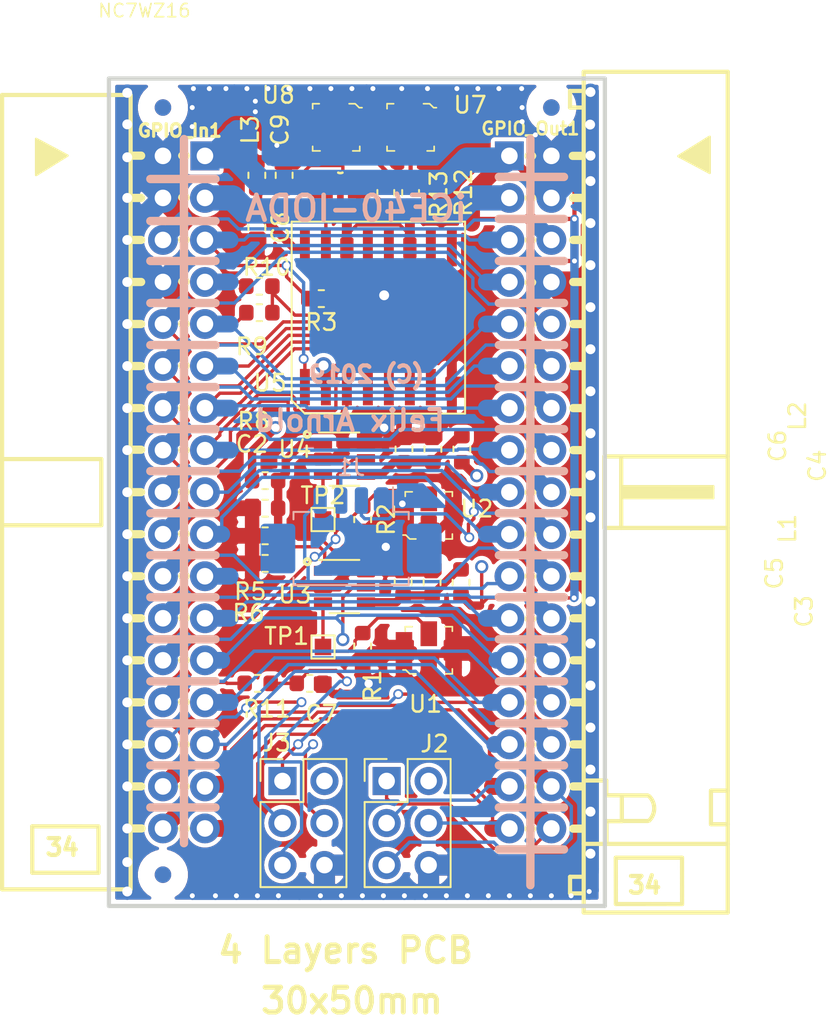
<source format=kicad_pcb>
(kicad_pcb (version 20171130) (host pcbnew "(5.1.4)-1")
  (layers (0 F.Cu signal) (1 In1.Cu signal hide) (2 In2.Cu signal hide) (31 B.Cu signal hide) (34 B.Paste user) (35 F.Paste user hide) (36 B.SilkS user hide) (37 F.SilkS user) (38 B.Mask user) (39 F.Mask user hide) (44 Edge.Cuts user hide))
  (net 0 "")
  (net 1 GND)
  (net 2 +5V)
  (net 3 +3V3)
  (net 4 /EXTCLK)
  (net 5 "Net-(C3-Pad1)")
  (net 6 /GPIO_Pin<18>)
  (net 7 /GPIO_Pin<26>)
  (net 8 /GPIO_Pin<29>)
  (net 9 /GPIO_Pin<24>)
  (net 10 /GPIO_Pin<21>)
  (net 11 "Net-(C4-Pad1)")
  (net 12 /TrigsOut)
  (net 13 /delay0)
  (net 14 /delay1)
  (net 15 /delay3)
  (net 16 /delay2)
  (net 17 /delay5)
  (net 18 /delay4)
  (net 19 /delay7)
  (net 20 /delay6)
  (net 21 /TrigsIn1)
  (net 22 /TDO)
  (net 23 /TCK)
  (net 24 /TMS)
  (net 25 /TDI)
  (net 26 /UartRx)
  (net 27 /UartTx)
  (net 28 /TrigsIn0)
  (net 29 /TrigsIn1_con)
  (net 30 /TrigsIn0_con)
  (net 31 /UartRx_filt)
  (net 32 "Net-(R12-Pad2)")
  (net 33 "Net-(R12-Pad1)")
  (net 34 "Net-(R13-Pad2)")
  (net 35 "Net-(R13-Pad1)")
  (net 36 "Net-(U5-Pad9)")
  (net 37 /supply_buffer)
  (net 38 /TrigsOut_delay)
  (net 39 /delay7_sel)
  (net 40 /delay7_alt)
  (net 41 /GPIO_Pin<17>)
  (net 42 /GPIO_Pin<30>)
  (net 43 /th)
  (net 44 /sync1)
  (net 45 /lockin_1)
  (net 46 /lockin_2)
  (module Connector_Molex:Molex_PicoBlade_53261-0471_1x04-1MP_P1.25mm_Horizontal (layer B.Cu) (at 139.65 97.9 180)
    (fp_text reference J1 (at 0 4.4) (layer B.SilkS) (effects (justify mirror)))
    (fp_text value Conn_01x04)
    (pad MP smd roundrect (at 4.425 -0.5 180) (size 2.1 3) (layers B.Cu B.Paste B.Mask) (roundrect_rratio 0.119048))
    (pad MP smd roundrect (at -4.425 -0.5 180) (size 2.1 3) (layers B.Cu B.Paste B.Mask) (roundrect_rratio 0.119048))
    (pad 4 smd roundrect (at 1.875 2.4 180) (size 0.8 1.6) (layers B.Cu B.Paste B.Mask) (net 44 /sync1))
    (pad 3 smd roundrect (at 0.625 2.4 180) (size 0.8 1.6) (layers B.Cu B.Paste B.Mask) (net 45 /lockin_1))
    (pad 2 smd roundrect (at -0.625 2.4 180) (size 0.8 1.6) (layers B.Cu B.Paste B.Mask) (net 46 /lockin_2))
    (pad 1 smd roundrect (at -1.875 2.4 180) (size 0.8 1.6) (layers B.Cu B.Paste B.Mask) (net 1 GND))
  )
  (module Resistor_SMD:R_0603_1608Metric (layer F.Cu) (at 137.85 83.3 180)
    (fp_text reference R3 (at 0 -1.43) (layer F.SilkS))
    (fp_text value 0R)
    (pad 2 smd roundrect (at 0.7875 0 180) (size 0.875 0.95) (layers F.Cu F.Paste F.Mask) (net 12 /TrigsOut))
    (pad 1 smd roundrect (at -0.7875 0 180) (size 0.875 0.95) (layers F.Cu F.Paste F.Mask) (net 38 /TrigsOut_delay))
  )
  (module IODA_Lib:SOIC-16_300mil (layer F.Cu) (at 141.3 84.45 90)
    (fp_text reference U5 (at -3.95 -6.55) (layer F.SilkS))
    (fp_text value DS1023)
    (pad 8 smd rect (at -4.2 4.445) (size 0.6 2.2) (layers F.Cu F.Paste F.Mask) (net 1 GND))
    (pad 9 smd rect (at 4.2 4.445) (size 0.6 2.2) (layers F.Cu F.Paste F.Mask) (net 36 "Net-(U5-Pad9)"))
    (pad 7 smd rect (at -4.2 3.175) (size 0.6 2.2) (layers F.Cu F.Paste F.Mask) (net 18 /delay4))
    (pad 10 smd rect (at 4.2 3.175) (size 0.6 2.2) (layers F.Cu F.Paste F.Mask) (net 17 /delay5))
    (pad 6 smd rect (at -4.2 1.905) (size 0.6 2.2) (layers F.Cu F.Paste F.Mask) (net 15 /delay3))
    (pad 11 smd rect (at 4.2 1.905) (size 0.6 2.2) (layers F.Cu F.Paste F.Mask) (net 1 GND))
    (pad 5 smd rect (at -4.2 0.635) (size 0.6 2.2) (layers F.Cu F.Paste F.Mask) (net 16 /delay2))
    (pad 12 smd rect (at 4.2 0.635) (size 0.6 2.2) (layers F.Cu F.Paste F.Mask) (net 20 /delay6))
    (pad 4 smd rect (at -4.2 -0.635) (size 0.6 2.2) (layers F.Cu F.Paste F.Mask) (net 14 /delay1))
    (pad 13 smd rect (at 4.2 -0.635) (size 0.6 2.2) (layers F.Cu F.Paste F.Mask) (net 39 /delay7_sel))
    (pad 3 smd rect (at -4.2 -1.905) (size 0.6 2.2) (layers F.Cu F.Paste F.Mask) (net 13 /delay0))
    (pad 14 smd rect (at 4.2 -1.905) (size 0.6 2.2) (layers F.Cu F.Paste F.Mask) (net 1 GND))
    (pad 2 smd rect (at -4.2 -3.175) (size 0.6 2.2) (layers F.Cu F.Paste F.Mask) (net 2 +5V))
    (pad 15 smd rect (at 4.2 -3.175) (size 0.6 2.2) (layers F.Cu F.Paste F.Mask) (net 38 /TrigsOut_delay))
    (pad 1 smd rect (at -4.2 -4.445) (size 0.6 2.2) (layers F.Cu F.Paste F.Mask) (net 12 /TrigsOut))
    (pad 16 smd rect (at 4.2 -4.445) (size 0.6 2.2) (layers F.Cu F.Paste F.Mask) (net 37 /supply_buffer))
  )
  (module Resistor_SMD:R_0603_1608Metric (layer F.Cu) (at 134 106.55 180)
    (fp_text reference R11 (at -0.55 -1.55) (layer F.SilkS))
    (fp_text value 2.2k)
    (pad 2 smd roundrect (at 0.7875 0 180) (size 0.875 0.95) (layers F.Cu F.Paste F.Mask) (net 26 /UartRx))
    (pad 1 smd roundrect (at -0.7875 0 180) (size 0.875 0.95) (layers F.Cu F.Paste F.Mask) (net 31 /UartRx_filt))
  )
  (module Capacitor_SMD:C_0603_1608Metric (layer F.Cu) (at 137.15 106.55)
    (fp_text reference C7 (at 0.7 1.85) (layer F.SilkS))
    (fp_text value 100pF)
    (pad 2 smd roundrect (at 0.7875 0) (size 0.875 0.95) (layers F.Cu F.Paste F.Mask) (net 1 GND))
    (pad 1 smd roundrect (at -0.7875 0) (size 0.875 0.95) (layers F.Cu F.Paste F.Mask) (net 31 /UartRx_filt))
  )
  (module Resistor_SMD:R_0603_1608Metric (layer F.Cu) (at 134.1 82.55 180)
    (fp_text reference R10 (at -0.45 1.15) (layer F.SilkS))
    (fp_text value 0R)
    (pad 2 smd roundrect (at 0.7875 0 180) (size 0.875 0.95) (layers F.Cu F.Paste F.Mask) (net 40 /delay7_alt))
    (pad 1 smd roundrect (at -0.7875 0 180) (size 0.875 0.95) (layers F.Cu F.Paste F.Mask) (net 39 /delay7_sel))
  )
  (module Resistor_SMD:R_0603_1608Metric (layer F.Cu) (at 134.1 84.15 180)
    (fp_text reference R9 (at 0.45 -2.05) (layer F.SilkS))
    (fp_text value 0R)
    (pad 2 smd roundrect (at 0.7875 0 180) (size 0.875 0.95) (layers F.Cu F.Paste F.Mask) (net 19 /delay7))
    (pad 1 smd roundrect (at -0.7875 0 180) (size 0.875 0.95) (layers F.Cu F.Paste F.Mask) (net 39 /delay7_sel))
  )
  (module IODA_Lib:Molex_734120114_UMC_RF_CONN_Vertical (layer F.Cu) (at 138.75 72.95 180)
    (fp_text reference U8 (at 3.5 1.95) (layer F.SilkS))
    (fp_text value UMCC_50Ohm)
    (pad 1 smd rect (at -1.5 0 180) (size 1 2.2) (layers F.Cu F.Paste F.Mask) (net 1 GND))
    (pad 3 smd rect (at 1.5 0 180) (size 1 2.2) (layers F.Cu F.Paste F.Mask) (net 1 GND))
    (pad 2 smd rect (at 0 -1 180) (size 1 1.5) (layers F.Cu F.Paste F.Mask) (net 35 "Net-(R13-Pad1)"))
  )
  (module IODA_Lib:Molex_734120114_UMC_RF_CONN_Vertical (layer F.Cu) (at 143.25 72.95 180)
    (fp_text reference U7 (at -3.6 1.35) (layer F.SilkS))
    (fp_text value UMCC_50Ohm)
    (pad 1 smd rect (at -1.5 0 180) (size 1 2.2) (layers F.Cu F.Paste F.Mask) (net 1 GND))
    (pad 3 smd rect (at 1.5 0 180) (size 1 2.2) (layers F.Cu F.Paste F.Mask) (net 1 GND))
    (pad 2 smd rect (at 0 -1 180) (size 1 1.5) (layers F.Cu F.Paste F.Mask) (net 33 "Net-(R12-Pad1)"))
  )
  (module IODA_Lib:SOT65P210X110-6N (layer F.Cu) (at 139 76.4)
    (fp_text reference U6 hide)
    (fp_text value NC7WZ16 (at -11.85 -10.5) (layer F.SilkS) (effects (font (size 0.8 0.8) (thickness 0.1))))
    (pad 6 smd rect (at 1.0414 -0.6604) (size 1.1684 0.3556) (layers F.Cu F.Paste F.Mask) (net 34 "Net-(R13-Pad2)"))
    (pad 5 smd rect (at 1.0414 0) (size 1.1684 0.3556) (layers F.Cu F.Paste F.Mask) (net 37 /supply_buffer))
    (pad 4 smd rect (at 1.0414 0.6604) (size 1.1684 0.3556) (layers F.Cu F.Paste F.Mask) (net 32 "Net-(R12-Pad2)"))
    (pad 3 smd rect (at -1.0414 0.6604) (size 1.1684 0.3556) (layers F.Cu F.Paste F.Mask) (net 38 /TrigsOut_delay))
    (pad 2 smd rect (at -1.0414 0) (size 1.1684 0.3556) (layers F.Cu F.Paste F.Mask) (net 1 GND))
    (pad 1 smd rect (at -1.0414 -0.6604) (size 1.1684 0.3556) (layers F.Cu F.Paste F.Mask) (net 38 /TrigsOut_delay))
  )
  (module IODA_Lib:SOT-23-6 (layer F.Cu) (at 139.25 93)
    (fp_text reference U4 (at -3 -0.6) (layer F.SilkS))
    (fp_text value TLV3501)
    (pad 5 smd rect (at 1.3 0) (size 1.1 0.6) (layers F.Cu F.Paste F.Mask) (net 28 /TrigsIn0))
    (pad 6 smd rect (at 1.3 -0.95) (size 1.1 0.6) (layers F.Cu F.Paste F.Mask) (net 1 GND))
    (pad 4 smd rect (at 1.3 0.95) (size 1.1 0.6) (layers F.Cu F.Paste F.Mask) (net 11 "Net-(C4-Pad1)"))
    (pad 3 smd rect (at -1.3 0.95) (size 1.1 0.6) (layers F.Cu F.Paste F.Mask) (net 30 /TrigsIn0_con))
    (pad 2 smd rect (at -1.3 0) (size 1.1 0.6) (layers F.Cu F.Paste F.Mask) (net 1 GND))
    (pad 1 smd rect (at -1.3 -0.95) (size 1.1 0.6) (layers F.Cu F.Paste F.Mask) (net 43 /th))
  )
  (module IODA_Lib:SOT-23-6 (layer F.Cu) (at 139.25 100.7)
    (fp_text reference U3 (at -3 0.5) (layer F.SilkS))
    (fp_text value TLV3501)
    (pad 5 smd rect (at 1.3 0) (size 1.1 0.6) (layers F.Cu F.Paste F.Mask) (net 21 /TrigsIn1))
    (pad 6 smd rect (at 1.3 -0.95) (size 1.1 0.6) (layers F.Cu F.Paste F.Mask) (net 1 GND))
    (pad 4 smd rect (at 1.3 0.95) (size 1.1 0.6) (layers F.Cu F.Paste F.Mask) (net 5 "Net-(C3-Pad1)"))
    (pad 3 smd rect (at -1.3 0.95) (size 1.1 0.6) (layers F.Cu F.Paste F.Mask) (net 29 /TrigsIn1_con))
    (pad 2 smd rect (at -1.3 0) (size 1.1 0.6) (layers F.Cu F.Paste F.Mask) (net 1 GND))
    (pad 1 smd rect (at -1.3 -0.95) (size 1.1 0.6) (layers F.Cu F.Paste F.Mask) (net 43 /th))
  )
  (module IODA_Lib:Molex_734120114_UMC_RF_CONN_Vertical (layer F.Cu) (at 144.35 96.4)
    (fp_text reference U2 (at 2.9 -0.4) (layer F.SilkS))
    (fp_text value UMCC_50Ohm)
    (pad 1 smd rect (at -1.5 0) (size 1 2.2) (layers F.Cu F.Paste F.Mask) (net 1 GND))
    (pad 3 smd rect (at 1.5 0) (size 1 2.2) (layers F.Cu F.Paste F.Mask) (net 1 GND))
    (pad 2 smd rect (at 0 -1) (size 1 1.5) (layers F.Cu F.Paste F.Mask) (net 30 /TrigsIn0_con))
  )
  (module IODA_Lib:Molex_734120114_UMC_RF_CONN_Vertical (layer F.Cu) (at 144.35 104.55)
    (fp_text reference U1 (at -0.2 3.25) (layer F.SilkS))
    (fp_text value UMCC_50Ohm)
    (pad 1 smd rect (at -1.5 0) (size 1 2.2) (layers F.Cu F.Paste F.Mask) (net 1 GND))
    (pad 3 smd rect (at 1.5 0) (size 1 2.2) (layers F.Cu F.Paste F.Mask) (net 1 GND))
    (pad 2 smd rect (at 0 -1) (size 1 1.5) (layers F.Cu F.Paste F.Mask) (net 29 /TrigsIn1_con))
  )
  (module TestPoint:TestPoint_Pad_1.0x1.0mm (layer F.Cu) (at 137.95 96.65)
    (fp_text reference TP2 (at 0 -1.45) (layer F.SilkS))
    (fp_text value TestPoint)
    (pad 1 smd rect (at 0 0) (size 1 1) (layers F.Cu F.Mask) (net 30 /TrigsIn0_con))
  )
  (module TestPoint:TestPoint_Pad_1.0x1.0mm (layer F.Cu) (at 137.95 104.35)
    (fp_text reference TP1 (at -2.2 -0.65) (layer F.SilkS))
    (fp_text value TestPoint)
    (pad 1 smd rect (at 0 0) (size 1 1) (layers F.Cu F.Mask) (net 29 /TrigsIn1_con))
  )
  (module Resistor_SMD:R_0603_1608Metric (layer F.Cu) (at 141.75 76.9 270)
    (fp_text reference R13 (at 0.1 -3.2 90) (layer F.SilkS))
    (fp_text value 22R)
    (pad 2 smd roundrect (at 0.7875 0 270) (size 0.875 0.95) (layers F.Cu F.Paste F.Mask) (net 34 "Net-(R13-Pad2)"))
    (pad 1 smd roundrect (at -0.7875 0 270) (size 0.875 0.95) (layers F.Cu F.Paste F.Mask) (net 35 "Net-(R13-Pad1)"))
  )
  (module Resistor_SMD:R_0603_1608Metric (layer F.Cu) (at 143.25 76.9 270)
    (fp_text reference R12 (at 0 -3.2 90) (layer F.SilkS))
    (fp_text value 22R)
    (pad 2 smd roundrect (at 0.7875 0 270) (size 0.875 0.95) (layers F.Cu F.Paste F.Mask) (net 32 "Net-(R12-Pad2)"))
    (pad 1 smd roundrect (at -0.7875 0 270) (size 0.875 0.95) (layers F.Cu F.Paste F.Mask) (net 33 "Net-(R12-Pad1)"))
  )
  (module Resistor_SMD:R_0603_1608Metric (layer F.Cu) (at 134.45 94.3)
    (fp_text reference R8 (at -0.7 -3.6) (layer F.SilkS))
    (fp_text value 2.2k)
    (pad 2 smd roundrect (at 0.7875 0) (size 0.875 0.95) (layers F.Cu F.Paste F.Mask) (net 43 /th))
    (pad 1 smd roundrect (at -0.7875 0) (size 0.875 0.95) (layers F.Cu F.Paste F.Mask) (net 2 +5V))
  )
  (module Resistor_SMD:R_0603_1608Metric (layer F.Cu) (at 134.45 99.3 180)
    (fp_text reference R6 (at 1 -3) (layer F.SilkS))
    (fp_text value 2.2k)
    (pad 2 smd roundrect (at 0.7875 0 180) (size 0.875 0.95) (layers F.Cu F.Paste F.Mask) (net 1 GND))
    (pad 1 smd roundrect (at -0.7875 0 180) (size 0.875 0.95) (layers F.Cu F.Paste F.Mask) (net 43 /th))
  )
  (module Resistor_SMD:R_0603_1608Metric (layer F.Cu) (at 134.45 97.633332 180)
    (fp_text reference R5 (at 0.9 -3.366668) (layer F.SilkS))
    (fp_text value 2.2k)
    (pad 2 smd roundrect (at 0.7875 0 180) (size 0.875 0.95) (layers F.Cu F.Paste F.Mask) (net 1 GND))
    (pad 1 smd roundrect (at -0.7875 0 180) (size 0.875 0.95) (layers F.Cu F.Paste F.Mask) (net 43 /th))
  )
  (module Resistor_SMD:R_0603_1608Metric (layer F.Cu) (at 140.35 96.65 270)
    (fp_text reference R2 (at 0 -1.43 90) (layer F.SilkS))
    (fp_text value 50R)
    (pad 2 smd roundrect (at 0.7875 0 270) (size 0.875 0.95) (layers F.Cu F.Paste F.Mask) (net 1 GND))
    (pad 1 smd roundrect (at -0.7875 0 270) (size 0.875 0.95) (layers F.Cu F.Paste F.Mask) (net 30 /TrigsIn0_con))
  )
  (module Resistor_SMD:R_0603_1608Metric (layer F.Cu) (at 140.35 104.3 270)
    (fp_text reference R1 (at 2.4 -0.6 90) (layer F.SilkS))
    (fp_text value 50R)
    (pad 2 smd roundrect (at 0.7875 0 270) (size 0.875 0.95) (layers F.Cu F.Paste F.Mask) (net 1 GND))
    (pad 1 smd roundrect (at -0.7875 0 270) (size 0.875 0.95) (layers F.Cu F.Paste F.Mask) (net 29 /TrigsIn1_con))
  )
  (module Inductor_SMD:L_0603_1608Metric (layer F.Cu) (at 133.95 75.85 90)
    (fp_text reference L3 (at 2.75 -0.4 90) (layer F.SilkS))
    (fp_text value bead)
    (pad 2 smd roundrect (at 0.7875 0 90) (size 0.875 0.95) (layers F.Cu F.Paste F.Mask) (net 2 +5V))
    (pad 1 smd roundrect (at -0.7875 0 90) (size 0.875 0.95) (layers F.Cu F.Paste F.Mask) (net 37 /supply_buffer))
  )
  (module Inductor_SMD:L_0603_1608Metric (layer F.Cu) (at 146.35 92.4 90)
    (fp_text reference L2 (at 2 20.3 90) (layer F.SilkS))
    (fp_text value bead)
    (pad 2 smd roundrect (at 0.7875 0 90) (size 0.875 0.95) (layers F.Cu F.Paste F.Mask) (net 11 "Net-(C4-Pad1)"))
    (pad 1 smd roundrect (at -0.7875 0 90) (size 0.875 0.95) (layers F.Cu F.Paste F.Mask) (net 2 +5V))
  )
  (module Inductor_SMD:L_0603_1608Metric (layer F.Cu) (at 146.3 100.45 90)
    (fp_text reference L1 (at 3.25 19.75 90) (layer F.SilkS))
    (fp_text value bead)
    (pad 2 smd roundrect (at 0.7875 0 90) (size 0.875 0.95) (layers F.Cu F.Paste F.Mask) (net 5 "Net-(C3-Pad1)"))
    (pad 1 smd roundrect (at -0.7875 0 90) (size 0.875 0.95) (layers F.Cu F.Paste F.Mask) (net 2 +5V))
  )
  (module Connector_PinHeader_2.54mm:PinHeader_2x03_P2.54mm_Vertical (layer F.Cu) (at 135.5 112.45)
    (fp_text reference J3 (at -0.35 -2.3) (layer F.SilkS))
    (fp_text value Conn_02x03_Odd_Even)
    (pad 6 thru_hole oval (at 2.54 5.08) (size 1.7 1.7) (drill 1) (layers *.Cu *.Mask) (net 1 GND))
    (pad 5 thru_hole oval (at 0 5.08) (size 1.7 1.7) (drill 1) (layers *.Cu *.Mask) (net 42 /GPIO_Pin<30>))
    (pad 4 thru_hole oval (at 2.54 2.54) (size 1.7 1.7) (drill 1) (layers *.Cu *.Mask) (net 31 /UartRx_filt))
    (pad 3 thru_hole oval (at 0 2.54) (size 1.7 1.7) (drill 1) (layers *.Cu *.Mask) (net 8 /GPIO_Pin<29>))
    (pad 2 thru_hole oval (at 2.54 0) (size 1.7 1.7) (drill 1) (layers *.Cu *.Mask) (net 2 +5V))
    (pad 1 thru_hole rect (at 0 0) (size 1.7 1.7) (drill 1) (layers *.Cu *.Mask) (net 27 /UartTx))
  )
  (module Connector_PinHeader_2.54mm:PinHeader_2x03_P2.54mm_Vertical (layer F.Cu) (at 141.8 112.45)
    (fp_text reference J2 (at 2.9 -2.25) (layer F.SilkS))
    (fp_text value Conn_02x03_Odd_Even)
    (pad 6 thru_hole oval (at 2.54 5.08) (size 1.7 1.7) (drill 1) (layers *.Cu *.Mask) (net 1 GND))
    (pad 5 thru_hole oval (at 0 5.08) (size 1.7 1.7) (drill 1) (layers *.Cu *.Mask) (net 24 /TMS))
    (pad 4 thru_hole oval (at 2.54 2.54) (size 1.7 1.7) (drill 1) (layers *.Cu *.Mask) (net 25 /TDI))
    (pad 3 thru_hole oval (at 0 2.54) (size 1.7 1.7) (drill 1) (layers *.Cu *.Mask) (net 23 /TCK))
    (pad 2 thru_hole oval (at 2.54 0) (size 1.7 1.7) (drill 1) (layers *.Cu *.Mask) (net 2 +5V))
    (pad 1 thru_hole rect (at 0 0) (size 1.7 1.7) (drill 1) (layers *.Cu *.Mask) (net 22 /TDO))
  )
  (module Capacitor_SMD:C_0603_1608Metric (layer F.Cu) (at 135.6 75.85 90)
    (fp_text reference C9 (at 2.75 -0.25 90) (layer F.SilkS))
    (fp_text value 100nF)
    (pad 2 smd roundrect (at 0.7875 0 90) (size 0.875 0.95) (layers F.Cu F.Paste F.Mask) (net 1 GND))
    (pad 1 smd roundrect (at -0.7875 0 90) (size 0.875 0.95) (layers F.Cu F.Paste F.Mask) (net 37 /supply_buffer))
  )
  (module Capacitor_SMD:C_0603_1608Metric (layer F.Cu) (at 133.95 79 270)
    (fp_text reference C8 (at 0 -1.43 90) (layer F.SilkS))
    (fp_text value 2.2uF)
    (pad 2 smd roundrect (at 0.7875 0 270) (size 0.875 0.95) (layers F.Cu F.Paste F.Mask) (net 1 GND))
    (pad 1 smd roundrect (at -0.7875 0 270) (size 0.875 0.95) (layers F.Cu F.Paste F.Mask) (net 37 /supply_buffer))
  )
  (module Capacitor_SMD:C_0603_1608Metric (layer F.Cu) (at 144.6 92.4 90)
    (fp_text reference C6 (at 0.2 20.85 90) (layer F.SilkS))
    (fp_text value 2.2uF)
    (pad 2 smd roundrect (at 0.7875 0 90) (size 0.875 0.95) (layers F.Cu F.Paste F.Mask) (net 1 GND))
    (pad 1 smd roundrect (at -0.7875 0 90) (size 0.875 0.95) (layers F.Cu F.Paste F.Mask) (net 11 "Net-(C4-Pad1)"))
  )
  (module Capacitor_SMD:C_0603_1608Metric (layer F.Cu) (at 144.55 100.45 90)
    (fp_text reference C5 (at 0.55 20.7 90) (layer F.SilkS))
    (fp_text value 2.2uF)
    (pad 2 smd roundrect (at 0.7875 0 90) (size 0.875 0.95) (layers F.Cu F.Paste F.Mask) (net 1 GND))
    (pad 1 smd roundrect (at -0.7875 0 90) (size 0.875 0.95) (layers F.Cu F.Paste F.Mask) (net 5 "Net-(C3-Pad1)"))
  )
  (module Capacitor_SMD:C_0603_1608Metric (layer F.Cu) (at 142.85 92.4 90)
    (fp_text reference C4 (at -1 25 90) (layer F.SilkS))
    (fp_text value 100nF)
    (pad 2 smd roundrect (at 0.7875 0 90) (size 0.875 0.95) (layers F.Cu F.Paste F.Mask) (net 1 GND))
    (pad 1 smd roundrect (at -0.7875 0 90) (size 0.875 0.95) (layers F.Cu F.Paste F.Mask) (net 11 "Net-(C4-Pad1)"))
  )
  (module Capacitor_SMD:C_0603_1608Metric (layer F.Cu) (at 142.8 100.45 90)
    (fp_text reference C3 (at -1.75 24.25 90) (layer F.SilkS))
    (fp_text value 100nF)
    (pad 2 smd roundrect (at 0.7875 0 90) (size 0.875 0.95) (layers F.Cu F.Paste F.Mask) (net 1 GND))
    (pad 1 smd roundrect (at -0.7875 0 90) (size 0.875 0.95) (layers F.Cu F.Paste F.Mask) (net 5 "Net-(C3-Pad1)"))
  )
  (module Capacitor_SMD:C_0603_1608Metric (layer F.Cu) (at 134.45 95.966666 180)
    (fp_text reference C2 (at 0.8 3.866666) (layer F.SilkS))
    (fp_text value 2.2uF)
    (pad 2 smd roundrect (at 0.7875 0 180) (size 0.875 0.95) (layers F.Cu F.Paste F.Mask) (net 1 GND))
    (pad 1 smd roundrect (at -0.7875 0 180) (size 0.875 0.95) (layers F.Cu F.Paste F.Mask) (net 43 /th))
  )
  (module OLIMEX_Connectors-FP:BH34R (layer F.Cu) (at 150.495 94.996 270)
    (fp_text reference GPIO_Out1 (at -21.971 0) (layer F.SilkS) (effects (font (size 0.762 0.762) (thickness 0.15875))))
    (fp_text value BH34R)
    (fp_text user 34 (at 23.749 -6.9088) (layer F.SilkS) (effects (font (size 1.016 1.016) (thickness 0.254))))
    (pad 21 thru_hole circle (at 5.08 1.27 270) (size 1.8 1.8) (drill 1) (layers *.Cu *.Mask) (net 10 /GPIO_Pin<21>))
    (pad 23 thru_hole circle (at 7.62 1.27 270) (size 1.8 1.8) (drill 1) (layers *.Cu *.Mask) (net 28 /TrigsIn0))
    (pad 24 thru_hole circle (at 7.62 -1.27 270) (size 1.8 1.8) (drill 1) (layers *.Cu *.Mask) (net 9 /GPIO_Pin<24>))
    (pad 22 thru_hole circle (at 5.08 -1.27 270) (size 1.8 1.8) (drill 1) (layers *.Cu *.Mask) (net 44 /sync1))
    (pad 27 thru_hole circle (at 12.7 1.27 270) (size 1.8 1.8) (drill 1) (layers *.Cu *.Mask) (net 27 /UartTx))
    (pad 30 thru_hole circle (at 15.24 -1.27 270) (size 1.8 1.8) (drill 1) (layers *.Cu *.Mask) (net 42 /GPIO_Pin<30>))
    (pad 28 thru_hole circle (at 12.7 -1.27 270) (size 1.8 1.8) (drill 1) (layers *.Cu *.Mask) (net 26 /UartRx))
    (pad 29 thru_hole circle (at 15.24 1.27 270) (size 1.8 1.8) (drill 1) (layers *.Cu *.Mask) (net 8 /GPIO_Pin<29>))
    (pad 33 thru_hole circle (at 20.32 1.27 270) (size 1.8 1.8) (drill 1) (layers *.Cu *.Mask) (net 25 /TDI))
    (pad 32 thru_hole circle (at 17.78 -1.27 270) (size 1.8 1.8) (drill 1) (layers *.Cu *.Mask) (net 24 /TMS))
    (pad 31 thru_hole circle (at 17.78 1.27 270) (size 1.8 1.8) (drill 1) (layers *.Cu *.Mask) (net 23 /TCK))
    (pad 34 thru_hole circle (at 20.32 -1.27 270) (size 1.8 1.8) (drill 1) (layers *.Cu *.Mask) (net 22 /TDO))
    (pad 25 thru_hole circle (at 10.16 1.27 270) (size 1.8 1.8) (drill 1) (layers *.Cu *.Mask) (net 21 /TrigsIn1))
    (pad 26 thru_hole circle (at 10.16 -1.27 270) (size 1.8 1.8) (drill 1) (layers *.Cu *.Mask) (net 7 /GPIO_Pin<26>))
    (pad 19 thru_hole circle (at 2.54 1.27 270) (size 1.8 1.8) (drill 1) (layers *.Cu *.Mask) (net 45 /lockin_1))
    (pad 20 thru_hole circle (at 2.54 -1.27 270) (size 1.8 1.8) (drill 1) (layers *.Cu *.Mask) (net 46 /lockin_2))
    (pad 17 thru_hole circle (at 0 1.27 270) (size 1.8 1.8) (drill 1) (layers *.Cu *.Mask) (net 41 /GPIO_Pin<17>))
    (pad 18 thru_hole circle (at 0 -1.27 270) (size 1.8 1.8) (drill 1) (layers *.Cu *.Mask) (net 6 /GPIO_Pin<18>))
    (pad 15 thru_hole circle (at -2.54 1.27 270) (size 1.8 1.8) (drill 1) (layers *.Cu *.Mask) (net 14 /delay1))
    (pad 16 thru_hole circle (at -2.54 -1.27 270) (size 1.8 1.8) (drill 1) (layers *.Cu *.Mask) (net 13 /delay0))
    (pad 13 thru_hole circle (at -5.08 1.27 270) (size 1.8 1.8) (drill 1) (layers *.Cu *.Mask) (net 15 /delay3))
    (pad 14 thru_hole circle (at -5.08 -1.27 270) (size 1.8 1.8) (drill 1) (layers *.Cu *.Mask) (net 16 /delay2))
    (pad 11 thru_hole circle (at -7.62 1.27 270) (size 1.8 1.8) (drill 1) (layers *.Cu *.Mask) (net 17 /delay5))
    (pad 12 thru_hole circle (at -7.62 -1.27 270) (size 1.8 1.8) (drill 1) (layers *.Cu *.Mask) (net 18 /delay4))
    (pad 10 thru_hole circle (at -10.16 -1.27 270) (size 1.8 1.8) (drill 1) (layers *.Cu *.Mask) (net 20 /delay6))
    (pad 9 thru_hole circle (at -10.16 1.27 270) (size 1.8 1.8) (drill 1) (layers *.Cu *.Mask) (net 19 /delay7))
    (pad 8 thru_hole circle (at -12.7 -1.27 270) (size 1.8 1.8) (drill 1) (layers *.Cu *.Mask) (net 1 GND))
    (pad 7 thru_hole circle (at -12.7 1.27 270) (size 1.8 1.8) (drill 1) (layers *.Cu *.Mask) (net 40 /delay7_alt))
    (pad 6 thru_hole circle (at -15.24 -1.27 270) (size 1.8 1.8) (drill 1) (layers *.Cu *.Mask) (net 4 /EXTCLK))
    (pad 5 thru_hole circle (at -15.24 1.27 270) (size 1.8 1.8) (drill 1) (layers *.Cu *.Mask) (net 12 /TrigsOut))
    (pad 4 thru_hole circle (at -17.78 -1.27 270) (size 1.8 1.8) (drill 1) (layers *.Cu *.Mask) (net 1 GND))
    (pad 3 thru_hole circle (at -17.78 1.27 270) (size 1.8 1.8) (drill 1) (layers *.Cu *.Mask) (net 3 +3V3))
    (pad 2 thru_hole circle (at -20.32 -1.27 270) (size 1.8 1.8) (drill 1) (layers *.Cu *.Mask) (net 1 GND))
    (pad 1 thru_hole rect (at -20.32 1.27 270) (size 1.75 1.75) (drill 1) (layers *.Cu *.Mask) (net 2 +5V))
  )
  (module OLIMEX_Other-FP:Fiducial1x3 (layer F.Cu) (at 128.27 118.11)
    (fp_text reference "" (at 0 3) (layer F.SilkS))
    (fp_text value "")
    (pad Fid1 connect circle (at 0 0) (size 1 1) (layers F.Cu F.Mask) (clearance 1.016))
  )
  (module OLIMEX_Other-FP:Fiducial1x3 (layer F.Cu) (at 128.27 71.755)
    (fp_text reference "" (at 0 3) (layer F.SilkS))
    (fp_text value "")
    (pad Fid1 connect circle (at 0 0) (size 1 1) (layers F.Cu F.Mask) (clearance 1.016))
  )
  (module OLIMEX_Other-FP:Fiducial1x3 (layer F.Cu) (at 151.765 71.755)
    (fp_text reference "" (at 0 3) (layer F.SilkS))
    (fp_text value "")
    (pad Fid1 connect circle (at 0 0) (size 1 1) (layers F.Cu F.Mask) (clearance 1.016))
  )
  (module OLIMEX_Other-FP:Fiducial1x3 (layer B.Cu) (at 128.27 71.755)
    (fp_text reference "" (at 0 -3) (layer B.SilkS) (effects (justify mirror)))
    (fp_text value "")
    (pad Fid1 connect circle (at 0 0) (size 1 1) (layers B.Cu B.Mask) (clearance 1.016))
  )
  (module OLIMEX_Other-FP:Fiducial1x3 (layer B.Cu) (at 151.765 71.755)
    (fp_text reference "" (at 0 -3) (layer B.SilkS) (effects (justify mirror)))
    (fp_text value "")
    (pad Fid1 connect circle (at 0 0) (size 1 1) (layers B.Cu B.Mask) (clearance 1.016))
  )
  (module OLIMEX_Other-FP:Fiducial1x3 (layer B.Cu) (at 128.27 118.11)
    (fp_text reference "" (at 0 -3) (layer B.SilkS) (effects (justify mirror)))
    (fp_text value "")
    (pad Fid1 connect circle (at 0 0) (size 1 1) (layers B.Cu B.Mask) (clearance 1.016))
  )
  (module OLIMEX_Connectors-FP:IDC34R_PCB (layer F.Cu) (at 129.54 94.996 90)
    (fp_text reference GPIO_In1 (at 21.844 -0.254 180) (layer F.SilkS) (effects (font (size 0.762 0.762) (thickness 0.1905))))
    (fp_text value IDC34R)
    (fp_text user 34 (at -21.463 -7.366 180) (layer F.SilkS) (effects (font (size 1.016 1.016) (thickness 0.254))))
    (pad 21 thru_hole circle (at -5.08 1.27 270) (size 1.8 1.8) (drill 1) (layers *.Cu *.Mask) (net 10 /GPIO_Pin<21>))
    (pad 23 thru_hole circle (at -7.62 1.27 270) (size 1.8 1.8) (drill 1) (layers *.Cu *.Mask) (net 28 /TrigsIn0))
    (pad 24 thru_hole circle (at -7.62 -1.27 270) (size 1.8 1.8) (drill 1) (layers *.Cu *.Mask) (net 9 /GPIO_Pin<24>))
    (pad 22 thru_hole circle (at -5.08 -1.27 270) (size 1.8 1.8) (drill 1) (layers *.Cu *.Mask) (net 44 /sync1))
    (pad 27 thru_hole circle (at -12.7 1.27 270) (size 1.8 1.8) (drill 1) (layers *.Cu *.Mask) (net 27 /UartTx))
    (pad 30 thru_hole circle (at -15.24 -1.27 270) (size 1.8 1.8) (drill 1) (layers *.Cu *.Mask) (net 42 /GPIO_Pin<30>))
    (pad 28 thru_hole circle (at -12.7 -1.27 270) (size 1.8 1.8) (drill 1) (layers *.Cu *.Mask) (net 26 /UartRx))
    (pad 29 thru_hole circle (at -15.24 1.27 270) (size 1.8 1.8) (drill 1) (layers *.Cu *.Mask) (net 8 /GPIO_Pin<29>))
    (pad 33 thru_hole circle (at -20.32 1.27 270) (size 1.8 1.8) (drill 1) (layers *.Cu *.Mask) (net 25 /TDI))
    (pad 32 thru_hole circle (at -17.78 -1.27 270) (size 1.8 1.8) (drill 1) (layers *.Cu *.Mask) (net 24 /TMS))
    (pad 31 thru_hole circle (at -17.78 1.27 270) (size 1.8 1.8) (drill 1) (layers *.Cu *.Mask) (net 23 /TCK))
    (pad 34 thru_hole circle (at -20.32 -1.27 270) (size 1.8 1.8) (drill 1) (layers *.Cu *.Mask) (net 22 /TDO))
    (pad 25 thru_hole circle (at -10.16 1.27 270) (size 1.8 1.8) (drill 1) (layers *.Cu *.Mask) (net 21 /TrigsIn1))
    (pad 26 thru_hole circle (at -10.16 -1.27 270) (size 1.8 1.8) (drill 1) (layers *.Cu *.Mask) (net 7 /GPIO_Pin<26>))
    (pad 19 thru_hole circle (at -2.54 1.27 270) (size 1.8 1.8) (drill 1) (layers *.Cu *.Mask) (net 45 /lockin_1))
    (pad 20 thru_hole circle (at -2.54 -1.27 270) (size 1.8 1.8) (drill 1) (layers *.Cu *.Mask) (net 46 /lockin_2))
    (pad 17 thru_hole circle (at 0 1.27 270) (size 1.8 1.8) (drill 1) (layers *.Cu *.Mask) (net 41 /GPIO_Pin<17>))
    (pad 18 thru_hole circle (at 0 -1.27 270) (size 1.8 1.8) (drill 1) (layers *.Cu *.Mask) (net 6 /GPIO_Pin<18>))
    (pad 15 thru_hole circle (at 2.54 1.27 270) (size 1.8 1.8) (drill 1) (layers *.Cu *.Mask) (net 14 /delay1))
    (pad 16 thru_hole circle (at 2.54 -1.27 270) (size 1.8 1.8) (drill 1) (layers *.Cu *.Mask) (net 13 /delay0))
    (pad 13 thru_hole circle (at 5.08 1.27 270) (size 1.8 1.8) (drill 1) (layers *.Cu *.Mask) (net 15 /delay3))
    (pad 14 thru_hole circle (at 5.08 -1.27 270) (size 1.8 1.8) (drill 1) (layers *.Cu *.Mask) (net 16 /delay2))
    (pad 11 thru_hole circle (at 7.62 1.27 270) (size 1.8 1.8) (drill 1) (layers *.Cu *.Mask) (net 17 /delay5))
    (pad 12 thru_hole circle (at 7.62 -1.27 270) (size 1.8 1.8) (drill 1) (layers *.Cu *.Mask) (net 18 /delay4))
    (pad 10 thru_hole circle (at 10.16 -1.27 270) (size 1.8 1.8) (drill 1) (layers *.Cu *.Mask) (net 20 /delay6))
    (pad 9 thru_hole circle (at 10.16 1.27 270) (size 1.8 1.8) (drill 1) (layers *.Cu *.Mask) (net 19 /delay7))
    (pad 8 thru_hole circle (at 12.7 -1.27 270) (size 1.8 1.8) (drill 1) (layers *.Cu *.Mask) (net 1 GND))
    (pad 7 thru_hole circle (at 12.7 1.27 270) (size 1.8 1.8) (drill 1) (layers *.Cu *.Mask) (net 40 /delay7_alt))
    (pad 6 thru_hole circle (at 15.24 -1.27 270) (size 1.8 1.8) (drill 1) (layers *.Cu *.Mask) (net 4 /EXTCLK))
    (pad 5 thru_hole circle (at 15.24 1.27 270) (size 1.8 1.8) (drill 1) (layers *.Cu *.Mask) (net 12 /TrigsOut))
    (pad 4 thru_hole circle (at 17.78 -1.27 270) (size 1.8 1.8) (drill 1) (layers *.Cu *.Mask) (net 1 GND))
    (pad 3 thru_hole circle (at 17.78 1.27 270) (size 1.8 1.8) (drill 1) (layers *.Cu *.Mask) (net 3 +3V3))
    (pad 2 thru_hole circle (at 20.32 -1.27 270) (size 1.8 1.8) (drill 1) (layers *.Cu *.Mask) (net 1 GND))
    (pad 1 thru_hole rect (at 20.32 1.27 270) (size 1.75 1.75) (drill 1) (layers *.Cu *.Mask) (net 2 +5V))
  )
  (gr_text "Felix Arnold" (at 139.581 90.67) (layer B.SilkS) (effects (font (size 1.27 1.27) (thickness 0.254)) (justify mirror)))
  (gr_text "(C) 2019" (at 140.589 87.884) (layer B.SilkS) (effects (font (size 1 1) (thickness 0.25)) (justify mirror)))
  (gr_text iCE40-IODA (at 139.954 77.851) (layer B.SilkS) (effects (font (size 1.5 1.5) (thickness 0.28)) (justify mirror)))
  (gr_line (start 148.59 75.946) (end 152.527 75.946) (angle 90) (layer B.SilkS) (width 0.508))
  (gr_line (start 148.59 78.486) (end 152.527 78.486) (angle 90) (layer B.SilkS) (width 0.508))
  (gr_line (start 148.59 81.026) (end 152.527 81.026) (angle 90) (layer B.SilkS) (width 0.508))
  (gr_line (start 148.59 83.566) (end 152.527 83.566) (angle 90) (layer B.SilkS) (width 0.508))
  (gr_line (start 148.59 86.106) (end 152.527 86.106) (angle 90) (layer B.SilkS) (width 0.508))
  (gr_line (start 148.59 88.646) (end 152.527 88.646) (angle 90) (layer B.SilkS) (width 0.508))
  (gr_line (start 148.59 91.186) (end 152.527 91.186) (angle 90) (layer B.SilkS) (width 0.508))
  (gr_line (start 148.59 93.726) (end 152.527 93.726) (angle 90) (layer B.SilkS) (width 0.508))
  (gr_line (start 148.59 96.266) (end 152.527 96.266) (angle 90) (layer B.SilkS) (width 0.508))
  (gr_line (start 148.59 98.806) (end 152.527 98.806) (angle 90) (layer B.SilkS) (width 0.508))
  (gr_line (start 148.59 101.346) (end 152.527 101.346) (angle 90) (layer B.SilkS) (width 0.508))
  (gr_line (start 148.59 103.886) (end 152.527 103.886) (angle 90) (layer B.SilkS) (width 0.508))
  (gr_line (start 148.59 106.426) (end 152.527 106.426) (angle 90) (layer B.SilkS) (width 0.508))
  (gr_line (start 148.59 108.966) (end 152.527 108.966) (angle 90) (layer B.SilkS) (width 0.508))
  (gr_line (start 148.59 111.506) (end 152.527 111.506) (angle 90) (layer B.SilkS) (width 0.508))
  (gr_line (start 148.59 116.586) (end 152.527 116.586) (angle 90) (layer B.SilkS) (width 0.508))
  (gr_line (start 148.59 114.046) (end 152.527 114.046) (angle 90) (layer B.SilkS) (width 0.508))
  (gr_line (start 127.508 76.073) (end 131.445 76.073) (angle 90) (layer B.SilkS) (width 0.508))
  (gr_line (start 127.508 78.613) (end 131.445 78.613) (angle 90) (layer B.SilkS) (width 0.508))
  (gr_line (start 127.508 81.026) (end 131.445 81.026) (angle 90) (layer B.SilkS) (width 0.508))
  (gr_line (start 127.508 83.566) (end 131.445 83.566) (angle 90) (layer B.SilkS) (width 0.508))
  (gr_line (start 127.508 86.106) (end 131.445 86.106) (angle 90) (layer B.SilkS) (width 0.508))
  (gr_line (start 127.508 88.646) (end 131.445 88.646) (angle 90) (layer B.SilkS) (width 0.508))
  (gr_line (start 127.508 91.186) (end 131.445 91.186) (angle 90) (layer B.SilkS) (width 0.508))
  (gr_line (start 127.508 93.726) (end 131.445 93.726) (angle 90) (layer B.SilkS) (width 0.508))
  (gr_line (start 127.508 96.266) (end 131.445 96.266) (angle 90) (layer B.SilkS) (width 0.508))
  (gr_line (start 127.508 98.806) (end 131.445 98.806) (angle 90) (layer B.SilkS) (width 0.508))
  (gr_line (start 127.508 101.346) (end 131.445 101.346) (angle 90) (layer B.SilkS) (width 0.508))
  (gr_line (start 127.508 103.886) (end 131.445 103.886) (angle 90) (layer B.SilkS) (width 0.508))
  (gr_line (start 127.508 106.426) (end 131.445 106.426) (angle 90) (layer B.SilkS) (width 0.508))
  (gr_line (start 127.508 108.966) (end 131.445 108.966) (angle 90) (layer B.SilkS) (width 0.508))
  (gr_line (start 127.508 111.506) (end 131.445 111.506) (angle 90) (layer B.SilkS) (width 0.508))
  (gr_line (start 150.495 118.745) (end 150.495 73.66) (angle 90) (layer B.SilkS) (width 0.508))
  (gr_line (start 129.54 73.66) (end 129.54 116.205) (angle 90) (layer B.SilkS) (width 0.508))
  (gr_line (start 127.508 114.046) (end 131.445 114.046) (angle 90) (layer B.SilkS) (width 0.508))
  (gr_text "4 Layers PCB" (at 139.319 122.682) (layer F.SilkS) (effects (font (size 1.5 1.5) (thickness 0.3))))
  (gr_text 30x50mm (at 139.7 125.73) (layer F.SilkS) (effects (font (size 1.5 1.5) (thickness 0.3))))
  (gr_line (start 125 120) (end 125 70) (angle 90) (layer Edge.Cuts) (width 0.254))
  (gr_line (start 155 120) (end 125 120) (angle 90) (layer Edge.Cuts) (width 0.254))
  (gr_line (start 155 70) (end 155 120) (angle 90) (layer Edge.Cuts) (width 0.254))
  (gr_line (start 125 70) (end 155 70) (angle 90) (layer Edge.Cuts) (width 0.254))
  (via (at 142.75 95.7) (size 0.6) (drill 0.4) (layers F.Cu B.Cu) (net 1))
  (segment (start 154.130926 82.289512) (end 154.130926 83.82) (width 1.016) (layer F.Cu) (net 1))
  (segment (start 153.114926 82.296) (end 154.124438 82.296) (width 1.016) (layer F.Cu) (net 1))
  (segment (start 154.124438 82.296) (end 154.130926 82.289512) (width 0.508) (layer F.Cu) (net 1))
  (segment (start 154.130926 82.289512) (end 154.130926 81.28) (width 1.016) (layer F.Cu) (net 1))
  (segment (start 128.27 82.296) (end 126.111 82.296) (width 1.016) (layer B.Cu) (net 1))
  (segment (start 133.858 71.374) (end 133.858 71.117839) (width 0.508) (layer F.Cu) (net 1))
  (segment (start 133.858 71.117839) (end 133.35 70.609839) (width 0.508) (layer F.Cu) (net 1))
  (segment (start 151.765 82.296) (end 153.114926 82.296) (width 1.27) (layer F.Cu) (net 1))
  (segment (start 132.08 96.266) (end 127.381 96.266) (width 0.2032) (layer F.Cu) (net 1))
  (segment (start 127.381 96.266) (end 126.111 94.996) (width 0.2032) (layer F.Cu) (net 1))
  (segment (start 147.447 103.886) (end 152.659837 103.886) (width 0.2032) (layer F.Cu) (net 1))
  (segment (start 152.659837 103.886) (end 152.913837 104.14) (width 0.2032) (layer F.Cu) (net 1))
  (segment (start 152.913837 104.14) (end 154.130926 104.14) (width 0.2032) (layer F.Cu) (net 1))
  (segment (start 132.08 70.609839) (end 132.588 70.609839) (width 0.508) (layer B.Cu) (net 1))
  (segment (start 132.588 70.609839) (end 133.35 70.609839) (width 0.508) (layer B.Cu) (net 1))
  (segment (start 132.588 71.501) (end 132.588 70.609839) (width 0.508) (layer B.Cu) (net 1))
  (segment (start 154.130926 116.84) (end 154.130926 114.3) (width 1.016) (layer B.Cu) (net 1))
  (segment (start 154.130926 117.769578) (end 154.130926 116.84) (width 1.016) (layer B.Cu) (net 1))
  (via (at 154.130926 116.84) (size 1) (drill 0.6) (layers F.Cu B.Cu) (net 1))
  (segment (start 154.130926 114.3) (end 154.130926 111.76) (width 1.016) (layer B.Cu) (net 1))
  (via (at 154.130926 114.3) (size 1) (drill 0.6) (layers F.Cu B.Cu) (net 1))
  (segment (start 154.130926 111.76) (end 154.130926 109.22) (width 1.016) (layer B.Cu) (net 1))
  (via (at 154.130926 111.76) (size 1) (drill 0.6) (layers F.Cu B.Cu) (net 1))
  (segment (start 154.130926 109.22) (end 154.130926 106.68) (width 1.016) (layer B.Cu) (net 1))
  (via (at 154.130926 109.22) (size 1) (drill 0.6) (layers F.Cu B.Cu) (net 1))
  (segment (start 154.130926 106.68) (end 154.130926 104.14) (width 1.016) (layer B.Cu) (net 1))
  (via (at 154.130926 106.68) (size 1) (drill 0.6) (layers F.Cu B.Cu) (net 1))
  (segment (start 154.130926 104.14) (end 154.130926 101.6) (width 1.016) (layer B.Cu) (net 1))
  (via (at 154.130926 104.14) (size 1) (drill 0.6) (layers F.Cu B.Cu) (net 1))
  (segment (start 154.130926 101.6) (end 154.130926 99.06) (width 1.016) (layer B.Cu) (net 1))
  (via (at 154.130926 101.6) (size 1) (drill 0.6) (layers F.Cu B.Cu) (net 1))
  (segment (start 154.130926 99.06) (end 154.130926 96.52) (width 1.016) (layer B.Cu) (net 1))
  (segment (start 154.130926 96.52) (end 154.130926 93.98) (width 1.016) (layer B.Cu) (net 1))
  (via (at 154.130926 96.52) (size 1) (drill 0.6) (layers F.Cu B.Cu) (net 1))
  (segment (start 154.130926 93.98) (end 154.130926 91.44) (width 1.016) (layer B.Cu) (net 1))
  (via (at 154.130926 93.98) (size 1) (drill 0.6) (layers F.Cu B.Cu) (net 1))
  (segment (start 154.130926 91.44) (end 154.130926 88.9) (width 1.016) (layer B.Cu) (net 1))
  (via (at 154.130926 91.44) (size 1) (drill 0.6) (layers F.Cu B.Cu) (net 1))
  (segment (start 154.130926 88.9) (end 154.130926 86.36) (width 1.016) (layer B.Cu) (net 1))
  (via (at 154.130926 88.9) (size 1) (drill 0.6) (layers F.Cu B.Cu) (net 1))
  (segment (start 154.130926 86.36) (end 154.130926 83.82) (width 1.016) (layer B.Cu) (net 1))
  (via (at 154.130926 86.36) (size 1) (drill 0.6) (layers F.Cu B.Cu) (net 1))
  (segment (start 154.130926 83.82) (end 154.130926 81.28) (width 1.016) (layer B.Cu) (net 1))
  (via (at 154.130926 83.82) (size 1) (drill 0.6) (layers F.Cu B.Cu) (net 1))
  (segment (start 154.130926 81.28) (end 154.130926 78.74) (width 1.016) (layer B.Cu) (net 1))
  (via (at 154.130926 81.28) (size 1) (drill 0.6) (layers F.Cu B.Cu) (net 1))
  (segment (start 154.130926 78.74) (end 154.130926 76.2) (width 1.016) (layer B.Cu) (net 1))
  (via (at 154.130926 78.74) (size 1) (drill 0.6) (layers F.Cu B.Cu) (net 1))
  (segment (start 154.130926 76.2) (end 154.130926 75.370189) (width 1.016) (layer B.Cu) (net 1))
  (via (at 154.130926 76.2) (size 1) (drill 0.6) (layers F.Cu B.Cu) (net 1))
  (segment (start 154.051 117.856) (end 154.125126 117.930126) (width 1.016) (layer B.Cu) (net 1))
  (segment (start 154.125126 117.930126) (end 154.125126 119.051874) (width 1.016) (layer B.Cu) (net 1))
  (segment (start 154.125126 119.051874) (end 154.051 119.126) (width 1.016) (layer B.Cu) (net 1))
  (segment (start 154.051 117.856) (end 154.051 117.849504) (width 1.016) (layer B.Cu) (net 1))
  (segment (start 154.051 117.849504) (end 154.130926 117.769578) (width 1.016) (layer B.Cu) (net 1))
  (segment (start 154.130926 75.370189) (end 154.130926 74.663083) (width 1.016) (layer B.Cu) (net 1))
  (segment (start 154.130926 72.806355) (end 154.108848 72.784277) (width 1.016) (layer B.Cu) (net 1))
  (segment (start 154.130926 70.815954) (end 154.130926 72.762199) (width 1.016) (layer B.Cu) (net 1))
  (segment (start 154.130926 74.663083) (end 154.130926 72.806355) (width 1.016) (layer B.Cu) (net 1))
  (segment (start 154.130926 72.762199) (end 154.108848 72.784277) (width 1.016) (layer B.Cu) (net 1))
  (via (at 154.108848 72.784277) (size 1) (drill 0.6) (layers F.Cu B.Cu) (net 1))
  (via (at 154.130926 70.815954) (size 1) (drill 0.6) (layers F.Cu B.Cu) (net 1))
  (segment (start 154.130926 70.815954) (end 154.130923 70.815951) (width 1.016) (layer B.Cu) (net 1))
  (segment (start 154.118009 74.676) (end 154.130926 74.663083) (width 1.016) (layer B.Cu) (net 1))
  (segment (start 151.765 74.676) (end 154.118009 74.676) (width 1.016) (layer B.Cu) (net 1))
  (via (at 154.130926 74.663083) (size 1) (drill 0.6) (layers F.Cu B.Cu) (net 1))
  (via (at 154.051 119.126) (size 0.5) (drill 0.3) (layers F.Cu B.Cu) (net 1))
  (via (at 130.04546 119.38254) (size 0.5) (drill 0.3) (layers F.Cu B.Cu) (net 1))
  (segment (start 131.445 119.38254) (end 132.715 119.38254) (width 0.508) (layer B.Cu) (net 1))
  (segment (start 130.04546 119.38254) (end 131.445 119.38254) (width 0.508) (layer B.Cu) (net 1))
  (via (at 131.445 119.38254) (size 0.5) (drill 0.3) (layers F.Cu B.Cu) (net 1))
  (segment (start 132.715 119.38254) (end 133.985 119.38254) (width 0.508) (layer B.Cu) (net 1))
  (via (at 132.715 119.38254) (size 0.5) (drill 0.3) (layers F.Cu B.Cu) (net 1))
  (segment (start 133.985 119.38254) (end 135.255 119.38254) (width 0.508) (layer B.Cu) (net 1))
  (via (at 133.985 119.38254) (size 0.5) (drill 0.3) (layers F.Cu B.Cu) (net 1))
  (segment (start 135.255 119.38254) (end 136.525 119.38254) (width 0.508) (layer B.Cu) (net 1))
  (via (at 135.255 119.38254) (size 0.5) (drill 0.3) (layers F.Cu B.Cu) (net 1))
  (segment (start 137.795 119.38254) (end 139.065 119.38254) (width 0.508) (layer B.Cu) (net 1))
  (segment (start 136.525 119.38254) (end 137.795 119.38254) (width 0.508) (layer B.Cu) (net 1))
  (via (at 137.795 119.38254) (size 0.5) (drill 0.3) (layers F.Cu B.Cu) (net 1))
  (segment (start 139.065 119.38254) (end 140.335 119.38254) (width 0.508) (layer B.Cu) (net 1))
  (via (at 139.065 119.38254) (size 0.5) (drill 0.3) (layers F.Cu B.Cu) (net 1))
  (segment (start 140.335 119.38254) (end 141.605 119.38254) (width 0.508) (layer B.Cu) (net 1))
  (via (at 140.335 119.38254) (size 0.5) (drill 0.3) (layers F.Cu B.Cu) (net 1))
  (segment (start 141.605 119.38254) (end 142.875 119.38254) (width 0.508) (layer B.Cu) (net 1))
  (via (at 141.605 119.38254) (size 0.5) (drill 0.3) (layers F.Cu B.Cu) (net 1))
  (segment (start 142.875 119.38254) (end 143.51 119.38254) (width 0.508) (layer B.Cu) (net 1))
  (via (at 142.875 119.38254) (size 0.5) (drill 0.3) (layers F.Cu B.Cu) (net 1))
  (segment (start 144.145 119.38254) (end 145.415 119.38254) (width 0.508) (layer B.Cu) (net 1))
  (segment (start 143.51 119.38254) (end 144.145 119.38254) (width 0.508) (layer B.Cu) (net 1))
  (via (at 144.145 119.38254) (size 0.5) (drill 0.3) (layers F.Cu B.Cu) (net 1))
  (segment (start 145.415 119.38254) (end 146.685 119.38254) (width 0.508) (layer B.Cu) (net 1))
  (via (at 145.415 119.38254) (size 0.5) (drill 0.3) (layers F.Cu B.Cu) (net 1))
  (segment (start 146.685 119.38254) (end 147.955 119.38254) (width 0.508) (layer B.Cu) (net 1))
  (via (at 146.685 119.38254) (size 0.5) (drill 0.3) (layers F.Cu B.Cu) (net 1))
  (segment (start 147.955 119.38254) (end 149.225 119.38254) (width 0.508) (layer B.Cu) (net 1))
  (via (at 147.955 119.38254) (size 0.5) (drill 0.3) (layers F.Cu B.Cu) (net 1))
  (segment (start 149.225 119.38254) (end 150.495 119.38254) (width 0.508) (layer B.Cu) (net 1))
  (via (at 149.225 119.38254) (size 0.5) (drill 0.3) (layers F.Cu B.Cu) (net 1))
  (segment (start 150.495 119.38254) (end 151.765 119.38254) (width 0.508) (layer B.Cu) (net 1))
  (via (at 150.495 119.38254) (size 0.5) (drill 0.3) (layers F.Cu B.Cu) (net 1))
  (via (at 152.958094 119.38254) (size 0.5) (drill 0.3) (layers F.Cu B.Cu) (net 1))
  (via (at 151.765 119.38254) (size 0.5) (drill 0.3) (layers F.Cu B.Cu) (net 1))
  (segment (start 154.051 119.126) (end 153.79446 119.38254) (width 0.508) (layer B.Cu) (net 1))
  (segment (start 153.79446 119.38254) (end 152.958094 119.38254) (width 0.508) (layer B.Cu) (net 1))
  (segment (start 151.765 119.38254) (end 152.958094 119.38254) (width 0.508) (layer B.Cu) (net 1))
  (segment (start 151.765 119.38254) (end 151.765 117.856) (width 0.508) (layer B.Cu) (net 1))
  (segment (start 154.051 117.856) (end 151.765 117.856) (width 1.016) (layer B.Cu) (net 1))
  (segment (start 126.111 117.348) (end 126.111 119.126) (width 1.016) (layer B.Cu) (net 1))
  (segment (start 126.111 116.80698) (end 126.111 117.348) (width 1.016) (layer B.Cu) (net 1))
  (via (at 126.111 117.348) (size 1) (drill 0.6) (layers F.Cu B.Cu) (net 1))
  (via (at 126.111 119.126) (size 1) (drill 0.6) (layers F.Cu B.Cu) (net 1))
  (segment (start 126.111 115.316) (end 126.111 116.80698) (width 1.016) (layer B.Cu) (net 1))
  (segment (start 126.111 77.216) (end 126.111 79.756) (width 1.016) (layer B.Cu) (net 1))
  (segment (start 126.111 74.759254) (end 126.111 77.216) (width 1.016) (layer B.Cu) (net 1))
  (via (at 126.111 77.216) (size 1) (drill 0.6) (layers F.Cu B.Cu) (net 1))
  (segment (start 126.111 72.771) (end 126.111 70.866) (width 1.016) (layer B.Cu) (net 1))
  (segment (start 126.111 74.759254) (end 126.111 72.771) (width 1.016) (layer B.Cu) (net 1))
  (via (at 126.111 72.771) (size 1) (drill 0.6) (layers F.Cu B.Cu) (net 1))
  (via (at 126.111 74.759254) (size 1) (drill 0.6) (layers F.Cu B.Cu) (net 1))
  (via (at 126.111 70.866) (size 1) (drill 0.6) (layers F.Cu B.Cu) (net 1))
  (segment (start 128.27 74.676) (end 126.194254 74.676) (width 1.016) (layer B.Cu) (net 1))
  (segment (start 126.194254 74.676) (end 126.111 74.759254) (width 1.016) (layer B.Cu) (net 1))
  (segment (start 150.796398 73.406) (end 151.770986 74.380588) (width 0.508) (layer B.Cu) (net 1))
  (segment (start 149.994999 72.604601) (end 150.796398 73.406) (width 0.508) (layer B.Cu) (net 1))
  (via (at 150.796398 73.406) (size 0.5) (drill 0.3) (layers F.Cu B.Cu) (net 1))
  (segment (start 149.994999 71.755) (end 149.994999 72.604601) (width 0.508) (layer B.Cu) (net 1))
  (segment (start 149.994999 70.63886) (end 149.994999 71.755) (width 0.508) (layer B.Cu) (net 1))
  (via (at 149.994999 71.755) (size 0.5) (drill 0.3) (layers F.Cu B.Cu) (net 1))
  (via (at 149.994999 72.604601) (size 0.5) (drill 0.3) (layers F.Cu B.Cu) (net 1))
  (via (at 130.040001 72.907761) (size 0.5) (drill 0.3) (layers F.Cu B.Cu) (net 1))
  (segment (start 130.040001 71.755) (end 130.040001 70.682538) (width 0.508) (layer B.Cu) (net 1))
  (segment (start 130.040001 72.907761) (end 130.040001 71.755) (width 0.508) (layer B.Cu) (net 1))
  (via (at 130.040001 71.755) (size 0.5) (drill 0.3) (layers F.Cu B.Cu) (net 1))
  (segment (start 130.1127 70.609839) (end 131.071497 70.609839) (width 0.508) (layer B.Cu) (net 1))
  (segment (start 131.071497 70.609839) (end 131.073288 70.61163) (width 0.508) (layer B.Cu) (net 1))
  (segment (start 131.075079 70.609839) (end 131.073288 70.61163) (width 0.508) (layer B.Cu) (net 1))
  (segment (start 132.08 70.609839) (end 131.075079 70.609839) (width 0.508) (layer B.Cu) (net 1))
  (via (at 131.073288 70.61163) (size 0.5) (drill 0.3) (layers F.Cu B.Cu) (net 1))
  (via (at 132.08 70.609839) (size 0.5) (drill 0.3) (layers F.Cu B.Cu) (net 1))
  (via (at 130.1127 70.609839) (size 0.5) (drill 0.3) (layers F.Cu B.Cu) (net 1))
  (segment (start 133.35 70.609839) (end 134.62 70.609839) (width 0.508) (layer B.Cu) (net 1))
  (via (at 133.35 70.609839) (size 0.5) (drill 0.3) (layers F.Cu B.Cu) (net 1))
  (segment (start 134.62 70.609839) (end 135.89 70.609839) (width 0.508) (layer B.Cu) (net 1))
  (via (at 134.62 70.609839) (size 0.5) (drill 0.3) (layers F.Cu B.Cu) (net 1))
  (segment (start 135.89 70.609839) (end 137.16 70.609839) (width 0.508) (layer B.Cu) (net 1))
  (via (at 135.89 70.609839) (size 0.5) (drill 0.3) (layers F.Cu B.Cu) (net 1))
  (segment (start 137.16 70.609839) (end 138.43 70.609839) (width 0.508) (layer B.Cu) (net 1))
  (via (at 137.16 70.609839) (size 0.5) (drill 0.3) (layers F.Cu B.Cu) (net 1))
  (segment (start 138.43 70.609839) (end 139.7 70.609839) (width 0.508) (layer B.Cu) (net 1))
  (via (at 138.43 70.609839) (size 0.5) (drill 0.3) (layers F.Cu B.Cu) (net 1))
  (segment (start 139.7 70.609839) (end 140.582199 70.609839) (width 0.508) (layer B.Cu) (net 1))
  (via (at 139.7 70.609839) (size 0.5) (drill 0.3) (layers F.Cu B.Cu) (net 1))
  (segment (start 140.97 70.609799) (end 142.713761 70.609799) (width 0.508) (layer B.Cu) (net 1))
  (segment (start 140.582239 70.609799) (end 140.97 70.609799) (width 0.508) (layer B.Cu) (net 1))
  (via (at 140.97 70.609799) (size 0.5) (drill 0.3) (layers F.Cu B.Cu) (net 1))
  (via (at 142.713801 70.609839) (size 0.5) (drill 0.3) (layers F.Cu B.Cu) (net 1))
  (via (at 144.272 70.609839) (size 0.5) (drill 0.3) (layers F.Cu B.Cu) (net 1))
  (segment (start 146.05 70.609839) (end 147.32 70.609839) (width 0.508) (layer B.Cu) (net 1))
  (segment (start 144.272 70.609839) (end 146.05 70.609839) (width 0.508) (layer B.Cu) (net 1))
  (via (at 146.05 70.609839) (size 0.5) (drill 0.3) (layers F.Cu B.Cu) (net 1))
  (segment (start 147.32 70.609839) (end 148.59 70.609839) (width 0.508) (layer B.Cu) (net 1))
  (via (at 147.32 70.609839) (size 0.5) (drill 0.3) (layers F.Cu B.Cu) (net 1))
  (segment (start 148.59 70.609839) (end 149.965978 70.609839) (width 0.508) (layer B.Cu) (net 1))
  (via (at 148.59 70.609839) (size 0.5) (drill 0.3) (layers F.Cu B.Cu) (net 1))
  (segment (start 142.713801 70.609839) (end 144.272 70.609839) (width 0.508) (layer B.Cu) (net 1))
  (via (at 149.965978 70.609839) (size 0.5) (drill 0.3) (layers F.Cu B.Cu) (net 1))
  (segment (start 129.032 73.914) (end 129.033762 73.914) (width 0.508) (layer B.Cu) (net 1))
  (segment (start 129.033762 73.914) (end 130.040001 72.907761) (width 0.508) (layer B.Cu) (net 1))
  (segment (start 142.713761 70.609799) (end 142.713801 70.609839) (width 0.508) (layer B.Cu) (net 1))
  (segment (start 151.770986 74.670014) (end 151.765 74.676) (width 0.508) (layer B.Cu) (net 1))
  (segment (start 130.040001 70.682538) (end 130.1127 70.609839) (width 0.508) (layer B.Cu) (net 1))
  (segment (start 140.582199 70.609839) (end 140.582239 70.609799) (width 0.508) (layer B.Cu) (net 1))
  (segment (start 149.965978 70.609839) (end 149.994999 70.63886) (width 0.508) (layer B.Cu) (net 1))
  (segment (start 151.770986 74.380588) (end 151.770986 74.670014) (width 0.508) (layer B.Cu) (net 1))
  (segment (start 137.668 75.057) (end 137.16 75.057) (width 0.508) (layer B.Cu) (net 1))
  (segment (start 137.16 75.057) (end 136.906 74.803) (width 0.508) (layer B.Cu) (net 1))
  (segment (start 137.668 74.803) (end 137.668 75.057) (width 0.508) (layer B.Cu) (net 1))
  (segment (start 135.16 74.041) (end 135.414 74.041) (width 0.508) (layer B.Cu) (net 1))
  (segment (start 135.414 74.041) (end 135.668 74.295) (width 0.508) (layer B.Cu) (net 1))
  (segment (start 135.16 74.041) (end 134.657569 74.041) (width 0.508) (layer B.Cu) (net 1))
  (segment (start 134.657569 74.041) (end 134.655658 74.039089) (width 0.508) (layer B.Cu) (net 1))
  (segment (start 134.652 74.549) (end 134.652 74.042747) (width 0.508) (layer B.Cu) (net 1))
  (segment (start 134.652 74.042747) (end 134.655658 74.039089) (width 0.508) (layer B.Cu) (net 1))
  (segment (start 134.906 74.803) (end 134.652 74.549) (width 0.508) (layer B.Cu) (net 1))
  (via (at 135.16 74.041) (size 0.5) (drill 0.3) (layers F.Cu B.Cu) (net 1))
  (segment (start 135.16 74.549) (end 135.16 74.041) (width 0.508) (layer B.Cu) (net 1))
  (segment (start 134.906 74.803) (end 135.16 74.549) (width 0.508) (layer B.Cu) (net 1))
  (segment (start 135.668 74.295) (end 135.668 74.803) (width 0.508) (layer B.Cu) (net 1))
  (segment (start 135.414 74.295) (end 135.668 74.295) (width 0.508) (layer B.Cu) (net 1))
  (segment (start 134.906 74.803) (end 135.414 74.295) (width 0.508) (layer B.Cu) (net 1))
  (segment (start 134.906 74.803) (end 135.668 74.803) (width 0.508) (layer B.Cu) (net 1))
  (segment (start 135.254 72.009) (end 134.493 72.009) (width 0.508) (layer F.Cu) (net 1))
  (segment (start 134.493 72.009) (end 133.858 71.374) (width 0.508) (layer F.Cu) (net 1))
  (via (at 133.858 71.374) (size 0.5) (drill 0.3) (layers F.Cu B.Cu) (net 1))
  (segment (start 133.858 71.655447) (end 133.858 71.374) (width 0.508) (layer F.Cu) (net 1))
  (segment (start 133.858 72.009) (end 133.858 71.655447) (width 0.508) (layer F.Cu) (net 1))
  (via (at 133.858 72.009) (size 0.5) (drill 0.3) (layers F.Cu B.Cu) (net 1))
  (via (at 126.111 115.316) (size 1) (drill 0.6) (layers F.Cu B.Cu) (net 1))
  (via (at 126.111 79.756) (size 1) (drill 0.6) (layers F.Cu B.Cu) (net 1))
  (segment (start 126.111 112.776) (end 126.111 115.316) (width 1.016) (layer B.Cu) (net 1))
  (segment (start 126.111 110.236) (end 126.111 112.776) (width 1.016) (layer B.Cu) (net 1))
  (segment (start 126.111 107.696) (end 126.111 110.236) (width 1.016) (layer B.Cu) (net 1))
  (segment (start 126.111 105.156) (end 126.111 107.696) (width 1.016) (layer B.Cu) (net 1))
  (segment (start 126.111 102.616) (end 126.111 105.156) (width 1.016) (layer B.Cu) (net 1))
  (segment (start 126.111 100.076) (end 126.111 102.616) (width 1.016) (layer B.Cu) (net 1))
  (segment (start 126.111 97.536) (end 126.111 100.076) (width 1.016) (layer B.Cu) (net 1))
  (segment (start 126.111 94.996) (end 126.111 97.536) (width 1.016) (layer B.Cu) (net 1))
  (segment (start 126.111 92.456) (end 126.111 94.996) (width 1.016) (layer B.Cu) (net 1))
  (segment (start 126.111 89.916) (end 126.111 92.456) (width 1.016) (layer B.Cu) (net 1))
  (segment (start 126.111 87.376) (end 126.111 89.916) (width 1.016) (layer B.Cu) (net 1))
  (segment (start 126.111 84.836) (end 126.111 87.376) (width 1.016) (layer B.Cu) (net 1))
  (segment (start 126.111 82.296) (end 126.111 84.836) (width 1.016) (layer B.Cu) (net 1))
  (segment (start 126.111 79.756) (end 126.111 82.296) (width 1.016) (layer B.Cu) (net 1))
  (via (at 126.111 82.296) (size 1) (drill 0.6) (layers F.Cu B.Cu) (net 1))
  (via (at 126.111 84.836) (size 1) (drill 0.6) (layers F.Cu B.Cu) (net 1))
  (via (at 126.111 87.376) (size 1) (drill 0.6) (layers F.Cu B.Cu) (net 1))
  (via (at 126.111 89.916) (size 1) (drill 0.6) (layers F.Cu B.Cu) (net 1))
  (via (at 126.111 92.456) (size 1) (drill 0.6) (layers F.Cu B.Cu) (net 1))
  (via (at 126.111 94.996) (size 1) (drill 0.6) (layers F.Cu B.Cu) (net 1))
  (via (at 126.111 97.536) (size 1) (drill 0.6) (layers F.Cu B.Cu) (net 1))
  (via (at 126.111 100.076) (size 1) (drill 0.6) (layers F.Cu B.Cu) (net 1))
  (via (at 126.111 102.616) (size 1) (drill 0.6) (layers F.Cu B.Cu) (net 1))
  (via (at 126.111 105.156) (size 1) (drill 0.6) (layers F.Cu B.Cu) (net 1))
  (via (at 126.111 107.696) (size 1) (drill 0.6) (layers F.Cu B.Cu) (net 1))
  (via (at 126.111 110.236) (size 1) (drill 0.6) (layers F.Cu B.Cu) (net 1))
  (via (at 126.111 112.776) (size 1) (drill 0.6) (layers F.Cu B.Cu) (net 1))
  (segment (start 135.254 72.009) (end 133.858 72.009) (width 0.508) (layer F.Cu) (net 1))
  (segment (start 129.032 73.914) (end 128.27 74.676) (width 1.016) (layer B.Cu) (net 1))
  (segment (start 128.27 75.946) (end 128.27 77.216) (width 1.016) (layer B.Cu) (net 1))
  (segment (start 128.27 74.676) (end 128.27 75.946) (width 1.016) (layer B.Cu) (net 1))
  (segment (start 151.765 74.295) (end 151.765 74.676) (width 0.508) (layer B.Cu) (net 1))
  (segment (start 128.27 74.422) (end 128.27 74.676) (width 0.508) (layer F.Cu) (net 1))
  (segment (start 136.906 74.803) (end 135.001 74.803) (width 1.016) (layer B.Cu) (net 1))
  (segment (start 151.765 74.676) (end 151.765 75.946) (width 1.016) (layer B.Cu) (net 1))
  (segment (start 151.765 75.946) (end 151.765 77.216) (width 1.016) (layer B.Cu) (net 1))
  (segment (start 128.27 74.676) (end 128.27 77.216) (width 1.016) (layer F.Cu) (net 1))
  (segment (start 140.711612 106.563846) (end 140.711612 106.563846) (width 0.508) (layer F.Cu) (net 1))
  (segment (start 138.608842 76.4) (end 139.05 76.841158) (width 0.2032) (layer F.Cu) (net 1))
  (segment (start 137.9586 76.4) (end 138.608842 76.4) (width 0.2032) (layer F.Cu) (net 1))
  (segment (start 139.05 76.841158) (end 139.05 77.4) (width 0.2032) (layer F.Cu) (net 1))
  (segment (start 138.999999 77.603961) (end 138.999999 77.4) (width 0.508) (layer F.Cu) (net 1))
  (segment (start 138.999999 78.246999) (end 138.999999 77.603961) (width 0.508) (layer F.Cu) (net 1))
  (segment (start 139.395 80.25) (end 139.395 78.642) (width 0.508) (layer F.Cu) (net 1))
  (segment (start 139.395 78.642) (end 138.999999 78.246999) (width 0.508) (layer F.Cu) (net 1))
  (segment (start 143.205 79.45) (end 143.205 80.25) (width 0.2032) (layer F.Cu) (net 1))
  (segment (start 142.600199 78.845199) (end 143.205 79.45) (width 0.2032) (layer F.Cu) (net 1))
  (segment (start 139.999801 78.845199) (end 142.600199 78.845199) (width 0.2032) (layer F.Cu) (net 1))
  (segment (start 139.395 79.45) (end 139.999801 78.845199) (width 0.2032) (layer F.Cu) (net 1))
  (segment (start 139.395 80.25) (end 139.395 79.45) (width 0.2032) (layer F.Cu) (net 1))
  (segment (start 132.379334 95.966666) (end 132.379334 95.966666) (width 0.508) (layer F.Cu) (net 1))
  (segment (start 132.08 96.266) (end 132.379334 95.966666) (width 0.508) (layer F.Cu) (net 1))
  (segment (start 133.6625 95.966666) (end 133.6625 97.633332) (width 0.508) (layer F.Cu) (net 1))
  (segment (start 133.6625 99.3) (end 133.6625 97.633332) (width 0.508) (layer F.Cu) (net 1))
  (segment (start 144.55 99.6625) (end 142.8 99.6625) (width 0.508) (layer F.Cu) (net 1))
  (segment (start 140.6375 99.6625) (end 140.55 99.75) (width 0.508) (layer F.Cu) (net 1))
  (segment (start 142.8 99.6625) (end 140.6375 99.6625) (width 0.508) (layer F.Cu) (net 1))
  (segment (start 140.55 97.6375) (end 140.35 97.4375) (width 0.508) (layer F.Cu) (net 1))
  (segment (start 140.55 99.75) (end 140.55 97.6375) (width 0.508) (layer F.Cu) (net 1))
  (segment (start 141.3875 96.4) (end 140.35 97.4375) (width 0.508) (layer F.Cu) (net 1))
  (segment (start 142.85 96.4) (end 141.3875 96.4) (width 0.508) (layer F.Cu) (net 1))
  (segment (start 144.55 97.7) (end 145.85 96.4) (width 0.508) (layer F.Cu) (net 1))
  (segment (start 144.55 99.6625) (end 144.55 97.7) (width 0.508) (layer F.Cu) (net 1))
  (segment (start 142.4125 92.05) (end 142.85 91.6125) (width 0.508) (layer F.Cu) (net 1))
  (segment (start 140.55 92.05) (end 142.4125 92.05) (width 0.508) (layer F.Cu) (net 1))
  (segment (start 144.6 91.6125) (end 142.85 91.6125) (width 0.508) (layer F.Cu) (net 1))
  (segment (start 138.542 93) (end 137.95 93) (width 0.508) (layer F.Cu) (net 1))
  (segment (start 139.492 92.05) (end 138.542 93) (width 0.508) (layer F.Cu) (net 1))
  (segment (start 140.55 92.05) (end 139.492 92.05) (width 0.508) (layer F.Cu) (net 1))
  (segment (start 138.542 100.7) (end 137.95 100.7) (width 0.508) (layer F.Cu) (net 1))
  (segment (start 139.492 99.75) (end 138.542 100.7) (width 0.508) (layer F.Cu) (net 1))
  (segment (start 140.55 99.75) (end 139.492 99.75) (width 0.508) (layer F.Cu) (net 1))
  (segment (start 145.745 90.4675) (end 145.745 88.65) (width 0.508) (layer F.Cu) (net 1))
  (segment (start 144.6 91.6125) (end 145.745 90.4675) (width 0.508) (layer F.Cu) (net 1))
  (segment (start 135.16 74.4225) (end 135.8 75.0625) (width 0.508) (layer F.Cu) (net 1))
  (segment (start 135.16 74.041) (end 135.16 74.4225) (width 0.508) (layer F.Cu) (net 1))
  (segment (start 136.309 72.009) (end 137.25 72.95) (width 0.508) (layer F.Cu) (net 1))
  (segment (start 133.858 72.009) (end 136.309 72.009) (width 0.508) (layer F.Cu) (net 1))
  (segment (start 140.25 72.95) (end 141.75 72.95) (width 0.508) (layer F.Cu) (net 1))
  (segment (start 141.957201 72.742799) (end 141.75 72.95) (width 0.508) (layer F.Cu) (net 1))
  (segment (start 144.542799 72.742799) (end 141.957201 72.742799) (width 0.508) (layer F.Cu) (net 1))
  (segment (start 144.75 72.95) (end 144.542799 72.742799) (width 0.508) (layer F.Cu) (net 1))
  (segment (start 132.850158 79.7875) (end 132.05 78.987342) (width 0.508) (layer F.Cu) (net 1))
  (segment (start 134.15 79.7875) (end 132.850158 79.7875) (width 0.508) (layer F.Cu) (net 1))
  (segment (start 132.05 78.987342) (end 132.05 78.5) (width 0.508) (layer F.Cu) (net 1))
  (segment (start 129.554 78.5) (end 128.27 77.216) (width 0.2032) (layer F.Cu) (net 1))
  (segment (start 132.05 78.5) (end 129.554 78.5) (width 0.2032) (layer F.Cu) (net 1))
  (segment (start 144.09519 72.29519) (end 144.75 72.95) (width 0.2032) (layer F.Cu) (net 1))
  (segment (start 144.09519 71.777534) (end 144.09519 72.29519) (width 0.2032) (layer F.Cu) (net 1))
  (segment (start 144.422534 71.45019) (end 144.09519 71.777534) (width 0.2032) (layer F.Cu) (net 1))
  (segment (start 148.469476 71.45019) (end 144.422534 71.45019) (width 0.2032) (layer F.Cu) (net 1))
  (segment (start 149.623887 72.604601) (end 148.469476 71.45019) (width 0.2032) (layer F.Cu) (net 1))
  (segment (start 149.994999 72.604601) (end 149.623887 72.604601) (width 0.2032) (layer F.Cu) (net 1))
  (segment (start 140.25 72.35) (end 140.25 72.95) (width 0.508) (layer F.Cu) (net 1))
  (segment (start 139.242 71.342) (end 140.25 72.35) (width 0.508) (layer F.Cu) (net 1))
  (segment (start 138.258 71.342) (end 139.242 71.342) (width 0.508) (layer F.Cu) (net 1))
  (segment (start 137.25 72.35) (end 138.258 71.342) (width 0.508) (layer F.Cu) (net 1))
  (segment (start 137.25 72.95) (end 137.25 72.35) (width 0.508) (layer F.Cu) (net 1))
  (segment (start 139.395 80.25) (end 139.395 81.05) (width 0.508) (layer F.Cu) (net 1))
  (via (at 141.65 83.1) (size 1) (drill 0.6) (layers F.Cu B.Cu) (net 1))
  (segment (start 141.445 83.1) (end 141.65 83.1) (width 0.508) (layer F.Cu) (net 1))
  (segment (start 139.395 81.05) (end 141.445 83.1) (width 0.508) (layer F.Cu) (net 1))
  (segment (start 132.379334 95.966666) (end 133.6625 95.966666) (width 0.508) (layer F.Cu) (net 1))
  (segment (start 140.611612 106.463846) (end 140.711627 106.563861) (width 0.2032) (layer F.Cu) (net 1))
  (segment (start 140.611612 106.013846) (end 140.611612 106.463846) (width 0.2032) (layer F.Cu) (net 1))
  (segment (start 143.392799 104.55) (end 142.85 104.55) (width 0.508) (layer F.Cu) (net 1))
  (segment (start 143.392799 104.665761) (end 143.392799 104.55) (width 0.508) (layer F.Cu) (net 1))
  (segment (start 143.484239 104.757201) (end 143.392799 104.665761) (width 0.508) (layer F.Cu) (net 1))
  (segment (start 147.271 103.95) (end 146.1 103.95) (width 0.508) (layer F.Cu) (net 1))
  (segment (start 145.5 104.55) (end 145.307201 104.55) (width 0.508) (layer F.Cu) (net 1))
  (segment (start 145.307201 104.55) (end 145.307201 104.665761) (width 0.508) (layer F.Cu) (net 1))
  (segment (start 145.307201 104.665761) (end 145.215761 104.757201) (width 0.508) (layer F.Cu) (net 1))
  (segment (start 146.1 103.95) (end 145.5 104.55) (width 0.508) (layer F.Cu) (net 1))
  (segment (start 145.215761 104.757201) (end 143.484239 104.757201) (width 0.508) (layer F.Cu) (net 1))
  (segment (start 140.8875 104.55) (end 140.35 105.0875) (width 0.508) (layer F.Cu) (net 1))
  (segment (start 142.85 104.55) (end 140.8875 104.55) (width 0.508) (layer F.Cu) (net 1))
  (segment (start 140.35 106.202234) (end 140.35 105.0875) (width 0.508) (layer F.Cu) (net 1))
  (segment (start 140.711627 106.563861) (end 140.35 106.202234) (width 0.508) (layer F.Cu) (net 1))
  (segment (start 140.711627 106.563861) (end 140.711627 106.563861) (width 0.2032) (layer F.Cu) (net 1))
  (via (at 140.711627 106.563861) (size 0.8) (drill 0.5) (layers F.Cu B.Cu) (net 1))
  (via (at 141.65 91.1) (size 0.8) (drill 0.5) (layers F.Cu B.Cu) (net 1))
  (segment (start 141.65 91.2) (end 141.65 91.1) (width 0.508) (layer F.Cu) (net 1))
  (segment (start 140.8 92.05) (end 141.65 91.2) (width 0.508) (layer F.Cu) (net 1))
  (segment (start 140.55 92.05) (end 140.8 92.05) (width 0.508) (layer F.Cu) (net 1))
  (segment (start 138.399112 107.011612) (end 137.9375 106.55) (width 0.508) (layer F.Cu) (net 1))
  (segment (start 138.573547 107.186047) (end 138.399112 107.011612) (width 0.508) (layer F.Cu) (net 1))
  (segment (start 140.611612 106.337893) (end 139.763458 107.186047) (width 0.508) (layer F.Cu) (net 1))
  (segment (start 140.611612 106.013846) (end 140.611612 106.337893) (width 0.508) (layer F.Cu) (net 1))
  (segment (start 139.763458 107.186047) (end 138.573547 107.186047) (width 0.508) (layer F.Cu) (net 1))
  (segment (start 141.725 95.7) (end 141.525 95.5) (width 0.2032) (layer B.Cu) (net 1))
  (segment (start 142.75 95.7) (end 141.725 95.7) (width 0.2032) (layer B.Cu) (net 1))
  (via (at 141.750004 98.3) (size 0.8) (drill 0.5) (layers F.Cu B.Cu) (net 1))
  (segment (start 142.8 99.6625) (end 141.750004 98.612504) (width 0.508) (layer F.Cu) (net 1))
  (segment (start 141.750004 98.612504) (end 141.750004 98.3) (width 0.508) (layer F.Cu) (net 1))
  (segment (start 142.85 96.4) (end 142.85 97) (width 0.508) (layer F.Cu) (net 1))
  (segment (start 142.85 97) (end 141.750004 98.099996) (width 0.508) (layer F.Cu) (net 1))
  (segment (start 141.750004 98.099996) (end 141.750004 98.3) (width 0.508) (layer F.Cu) (net 1))
  (segment (start 133.477 73.914) (end 133.477 75.565) (width 1.016) (layer B.Cu) (net 2))
  (segment (start 133.477 73.025) (end 133.477 73.914) (width 1.016) (layer B.Cu) (net 2))
  (segment (start 133.477 73.914) (end 133.477 73.787) (width 1.016) (layer B.Cu) (net 2))
  (segment (start 134.188201 76.276201) (end 133.477 75.565) (width 1.524) (layer B.Cu) (net 2))
  (segment (start 133.477 75.565) (end 132.588 74.676) (width 1.524) (layer B.Cu) (net 2))
  (segment (start 132.588 73.279) (end 132.588 74.676) (width 1.27) (layer B.Cu) (net 2))
  (segment (start 149.225 74.676) (end 148.971 74.93) (width 1.524) (layer B.Cu) (net 2))
  (segment (start 148.971 74.93) (end 146.66847 74.93) (width 1.524) (layer B.Cu) (net 2))
  (segment (start 146.66847 74.93) (end 145.322269 76.276201) (width 1.524) (layer B.Cu) (net 2))
  (segment (start 145.322269 76.276201) (end 134.188201 76.276201) (width 1.524) (layer B.Cu) (net 2))
  (segment (start 132.588 74.676) (end 130.81 74.676) (width 1.524) (layer B.Cu) (net 2))
  (segment (start 130.81 74.676) (end 131.064 74.676) (width 1.016) (layer B.Cu) (net 2))
  (segment (start 131.064 74.676) (end 132.715 73.025) (width 1.016) (layer B.Cu) (net 2))
  (segment (start 132.715 73.025) (end 133.477 73.025) (width 1.016) (layer B.Cu) (net 2))
  (segment (start 132.588 73.279) (end 133.223 73.279) (width 1.016) (layer B.Cu) (net 2))
  (segment (start 133.223 73.279) (end 133.477 73.025) (width 1.016) (layer B.Cu) (net 2))
  (segment (start 147.447 101.853136) (end 147.912031 101.388105) (width 0.2032) (layer F.Cu) (net 2))
  (segment (start 147.912031 101.388105) (end 152.781819 101.388105) (width 0.2032) (layer F.Cu) (net 2))
  (segment (start 152.781819 101.388105) (end 153.135372 101.388105) (width 0.2032) (layer F.Cu) (net 2))
  (segment (start 153.162 101.361477) (end 153.135372 101.388105) (width 0.508) (layer B.Cu) (net 2))
  (segment (start 153.162 78.486) (end 153.162 101.361477) (width 0.508) (layer B.Cu) (net 2))
  (via (at 153.135372 101.388105) (size 0.5) (drill 0.3) (layers F.Cu B.Cu) (net 2))
  (segment (start 153.162 78.486) (end 153.162 81.026) (width 0.254) (layer F.Cu) (net 2))
  (segment (start 150.495 78.105) (end 150.876 78.486) (width 0.254) (layer F.Cu) (net 2))
  (segment (start 150.495 77.978) (end 150.495 78.486) (width 0.254) (layer F.Cu) (net 2))
  (segment (start 150.495 76.835) (end 150.495 77.978) (width 0.254) (layer F.Cu) (net 2))
  (segment (start 150.495 77.978) (end 150.495 78.105) (width 0.254) (layer F.Cu) (net 2))
  (segment (start 150.495 78.105) (end 150.114 78.486) (width 0.254) (layer F.Cu) (net 2))
  (segment (start 152.90366 75.94166) (end 153.162 76.2) (width 0.254) (layer F.Cu) (net 2))
  (segment (start 153.162 76.2) (end 153.162 78.486) (width 0.254) (layer F.Cu) (net 2))
  (segment (start 150.495 75.94166) (end 152.90366 75.94166) (width 0.254) (layer F.Cu) (net 2))
  (segment (start 149.225 74.676) (end 149.22934 74.676) (width 0.254) (layer F.Cu) (net 2))
  (segment (start 149.22934 74.676) (end 150.495 75.94166) (width 0.508) (layer F.Cu) (net 2))
  (segment (start 150.495 75.94166) (end 150.495 76.835) (width 0.254) (layer F.Cu) (net 2))
  (segment (start 149.225 74.676) (end 149.219015 74.676) (width 1.016) (layer F.Cu) (net 2))
  (segment (start 149.219015 74.676) (end 146.936843 76.958172) (width 1.016) (layer F.Cu) (net 2))
  (segment (start 146.936843 76.958172) (end 146.936843 78.737843) (width 1.016) (layer F.Cu) (net 2))
  (segment (start 146.936843 78.737843) (end 146.939 78.74) (width 1.016) (layer F.Cu) (net 2))
  (segment (start 151.003 78.486) (end 150.495 78.486) (width 0.254) (layer F.Cu) (net 2))
  (segment (start 153.162 78.486) (end 151.003 78.486) (width 0.254) (layer F.Cu) (net 2))
  (segment (start 151.003 78.486) (end 150.876 78.486) (width 0.254) (layer F.Cu) (net 2))
  (segment (start 150.876 78.486) (end 150.495 78.867) (width 0.254) (layer F.Cu) (net 2))
  (segment (start 150.495 80.645) (end 150.495 78.867) (width 0.254) (layer F.Cu) (net 2))
  (segment (start 150.495 78.867) (end 150.495 78.486) (width 0.254) (layer F.Cu) (net 2))
  (segment (start 149.987 78.486) (end 150.114 78.486) (width 0.254) (layer F.Cu) (net 2))
  (segment (start 150.114 78.486) (end 150.495 78.867) (width 0.254) (layer F.Cu) (net 2))
  (segment (start 150.495 81.026) (end 150.876 81.026) (width 0.254) (layer F.Cu) (net 2))
  (segment (start 150.876 81.026) (end 153.162 81.026) (width 0.254) (layer F.Cu) (net 2))
  (segment (start 150.495 80.645) (end 150.876 81.026) (width 0.254) (layer F.Cu) (net 2))
  (segment (start 150.495 81.026) (end 150.495 80.645) (width 0.254) (layer F.Cu) (net 2))
  (segment (start 150.114 81.026) (end 150.241 81.026) (width 0.254) (layer F.Cu) (net 2))
  (segment (start 150.495 80.645) (end 150.114 81.026) (width 0.254) (layer F.Cu) (net 2))
  (segment (start 150.241 81.026) (end 150.495 81.026) (width 0.254) (layer F.Cu) (net 2))
  (segment (start 150.495 78.486) (end 149.987 78.486) (width 0.254) (layer F.Cu) (net 2))
  (via (at 153.162 81.026) (size 0.5) (drill 0.3) (layers F.Cu B.Cu) (net 2))
  (via (at 153.162 78.486) (size 0.5) (drill 0.3) (layers F.Cu B.Cu) (net 2))
  (segment (start 147.447 101.879) (end 147.447 101.879) (width 0.2032) (layer F.Cu) (net 2))
  (segment (start 133.477 73.025) (end 133.314438 73.025) (width 1.016) (layer B.Cu) (net 2))
  (segment (start 149.987 78.486) (end 148.082 78.486) (width 0.254) (layer F.Cu) (net 2))
  (segment (start 146.939 78.74) (end 147.193 78.486) (width 0.508) (layer F.Cu) (net 2))
  (segment (start 147.193 78.486) (end 148.082 78.486) (width 0.254) (layer F.Cu) (net 2))
  (segment (start 133.7635 74.676) (end 134.15 75.0625) (width 0.508) (layer F.Cu) (net 2))
  (segment (start 130.81 74.676) (end 133.7635 74.676) (width 0.508) (layer F.Cu) (net 2))
  (segment (start 146.915636 101.853136) (end 146.3 101.2375) (width 0.508) (layer F.Cu) (net 2))
  (segment (start 147.447 101.853136) (end 146.915636 101.853136) (width 0.508) (layer F.Cu) (net 2))
  (segment (start 137.985389 88.510389) (end 137.985389 88.048773) (width 0.508) (layer F.Cu) (net 2))
  (segment (start 137.985389 88.048773) (end 137.985389 87.341667) (width 0.508) (layer F.Cu) (net 2))
  (via (at 137.985389 87.341667) (size 1) (drill 0.6) (layers F.Cu B.Cu) (net 2))
  (segment (start 138.125 88.65) (end 137.985389 88.510389) (width 0.508) (layer F.Cu) (net 2))
  (via (at 147.55 99.500001) (size 0.8) (drill 0.5) (layers F.Cu B.Cu) (net 2))
  (segment (start 147.447 101.853136) (end 147.55 101.750136) (width 0.2032) (layer F.Cu) (net 2))
  (segment (start 147.55 100.065686) (end 147.55 99.500001) (width 0.2032) (layer F.Cu) (net 2))
  (segment (start 147.55 101.750136) (end 147.55 100.065686) (width 0.2032) (layer F.Cu) (net 2))
  (via (at 135.075283 91.1) (size 0.8) (drill 0.5) (layers F.Cu B.Cu) (net 2))
  (segment (start 133.6625 92.512783) (end 134.675284 91.499999) (width 0.508) (layer F.Cu) (net 2))
  (segment (start 134.675284 91.499999) (end 135.075283 91.1) (width 0.508) (layer F.Cu) (net 2))
  (segment (start 133.6625 94.3) (end 133.6625 92.512783) (width 0.508) (layer F.Cu) (net 2))
  (segment (start 146.35 93.1875) (end 147.1625 94) (width 0.508) (layer F.Cu) (net 2))
  (via (at 147.24999 94) (size 0.8) (drill 0.5) (layers F.Cu B.Cu) (net 2))
  (segment (start 147.1625 94) (end 147.24999 94) (width 0.508) (layer F.Cu) (net 2))
  (segment (start 132.467947 77.216) (end 132.082792 77.216) (width 1.524) (layer B.Cu) (net 3))
  (segment (start 133.255359 78.003411) (end 132.467947 77.216) (width 1.524) (layer B.Cu) (net 3))
  (segment (start 146.122919 78.003411) (end 133.255359 78.003411) (width 1.524) (layer B.Cu) (net 3))
  (segment (start 149.225 77.216) (end 146.91033 77.216) (width 1.524) (layer B.Cu) (net 3))
  (segment (start 146.91033 77.216) (end 146.122919 78.003411) (width 1.524) (layer B.Cu) (net 3))
  (segment (start 132.082792 77.216) (end 130.81 77.216) (width 1.524) (layer B.Cu) (net 3))
  (segment (start 132.83123 79.08798) (end 146.547048 79.08798) (width 0.2032) (layer B.Cu) (net 4))
  (segment (start 146.547048 79.08798) (end 147.083829 78.551199) (width 0.2032) (layer B.Cu) (net 4))
  (segment (start 147.083829 78.551199) (end 150.560199 78.551199) (width 0.2032) (layer B.Cu) (net 4))
  (segment (start 132.22925 78.486) (end 132.83123 79.08798) (width 0.2032) (layer B.Cu) (net 4))
  (segment (start 129.54 78.486) (end 132.22925 78.486) (width 0.2032) (layer B.Cu) (net 4))
  (segment (start 150.560199 78.551199) (end 150.950159 78.941159) (width 0.2032) (layer B.Cu) (net 4))
  (segment (start 150.950159 78.941159) (end 151.03602 79.02702) (width 0.2032) (layer B.Cu) (net 4))
  (segment (start 128.778 79.248) (end 129.54 78.486) (width 1.016) (layer B.Cu) (net 4))
  (segment (start 151.765 79.756) (end 151.03602 79.02702) (width 1.016) (layer B.Cu) (net 4))
  (segment (start 128.27 79.756) (end 128.778 79.248) (width 1.016) (layer B.Cu) (net 4))
  (segment (start 146.125 99.6625) (end 144.55 101.2375) (width 0.508) (layer F.Cu) (net 5))
  (segment (start 146.3 99.6625) (end 146.125 99.6625) (width 0.508) (layer F.Cu) (net 5))
  (segment (start 142.8 101.2375) (end 144.55 101.2375) (width 0.508) (layer F.Cu) (net 5))
  (segment (start 142.3875 101.65) (end 140.55 101.65) (width 0.508) (layer F.Cu) (net 5))
  (segment (start 142.8 101.2375) (end 142.3875 101.65) (width 0.508) (layer F.Cu) (net 5))
  (segment (start 128.27 94.996) (end 129.54 93.726) (width 1.016) (layer B.Cu) (net 6))
  (segment (start 150.622 93.98) (end 151.638 94.996) (width 1.016) (layer B.Cu) (net 6))
  (segment (start 151.765 94.996) (end 151.638 94.996) (width 1.016) (layer B.Cu) (net 6))
  (segment (start 148.043107 93.75) (end 150.392 93.75) (width 0.2032) (layer B.Cu) (net 6))
  (segment (start 129.54 93.726) (end 132.899747 93.726) (width 0.2032) (layer B.Cu) (net 6))
  (segment (start 147.588306 93.295199) (end 148.043107 93.75) (width 0.2032) (layer B.Cu) (net 6))
  (segment (start 132.899747 93.726) (end 133.74498 92.880767) (width 0.2032) (layer B.Cu) (net 6))
  (segment (start 147.045376 92.880767) (end 147.459808 93.295199) (width 0.2032) (layer B.Cu) (net 6))
  (segment (start 133.74498 92.880767) (end 147.045376 92.880767) (width 0.2032) (layer B.Cu) (net 6))
  (segment (start 147.459808 93.295199) (end 147.588306 93.295199) (width 0.2032) (layer B.Cu) (net 6))
  (segment (start 150.392 93.75) (end 150.622 93.98) (width 0.2032) (layer B.Cu) (net 6))
  (segment (start 128.27 105.156) (end 129.54 103.886) (width 1.016) (layer B.Cu) (net 7))
  (segment (start 150.495 103.886) (end 151.765 105.156) (width 1.016) (layer B.Cu) (net 7))
  (segment (start 132.36194 103.886) (end 134.222296 102.025644) (width 0.2032) (layer B.Cu) (net 7))
  (segment (start 134.222296 102.025644) (end 146.036224 102.025644) (width 0.2032) (layer B.Cu) (net 7))
  (segment (start 146.036224 102.025644) (end 147.89658 103.886) (width 0.2032) (layer B.Cu) (net 7))
  (segment (start 147.89658 103.886) (end 150.495 103.886) (width 0.2032) (layer B.Cu) (net 7))
  (segment (start 129.54 103.886) (end 132.36194 103.886) (width 0.2032) (layer B.Cu) (net 7))
  (segment (start 148.336 110.236) (end 148.336 110.159802) (width 0.2032) (layer B.Cu) (net 8))
  (segment (start 131.572 109.474) (end 131.572 109.474) (width 0.2032) (layer B.Cu) (net 8))
  (segment (start 148.336 110.236) (end 149.225 110.236) (width 1.016) (layer B.Cu) (net 8))
  (segment (start 130.81 110.236) (end 131.445 109.601) (width 0.508) (layer B.Cu) (net 8))
  (segment (start 134.081887 108.313219) (end 132.159106 110.236) (width 0.2032) (layer B.Cu) (net 8))
  (segment (start 132.159106 110.236) (end 132.082792 110.236) (width 0.2032) (layer B.Cu) (net 8))
  (segment (start 132.082792 110.236) (end 130.81 110.236) (width 0.2032) (layer B.Cu) (net 8))
  (segment (start 134.081887 107.981887) (end 134.081887 108.313219) (width 0.2032) (layer B.Cu) (net 8))
  (segment (start 134.081887 113.571887) (end 134.081887 107.981887) (width 0.2032) (layer B.Cu) (net 8))
  (segment (start 135.5 114.99) (end 134.081887 113.571887) (width 0.2032) (layer B.Cu) (net 8))
  (segment (start 136.239739 105.824035) (end 134.081887 107.981887) (width 0.2032) (layer B.Cu) (net 8))
  (segment (start 147.952208 110.236) (end 143.540243 105.824035) (width 0.2032) (layer B.Cu) (net 8))
  (segment (start 149.225 110.236) (end 147.952208 110.236) (width 0.2032) (layer B.Cu) (net 8))
  (segment (start 143.540243 105.824035) (end 136.239739 105.824035) (width 0.2032) (layer B.Cu) (net 8))
  (segment (start 128.27 102.616) (end 129.54 101.346) (width 1.016) (layer B.Cu) (net 9))
  (segment (start 150.622 101.473) (end 151.765 102.616) (width 1.016) (layer B.Cu) (net 9))
  (segment (start 150.495 101.346) (end 150.622 101.473) (width 0.2032) (layer B.Cu) (net 9))
  (segment (start 129.54 101.346) (end 132.868962 101.346) (width 0.2032) (layer B.Cu) (net 9))
  (segment (start 132.868962 101.346) (end 133.00214 101.212822) (width 0.2032) (layer B.Cu) (net 9))
  (segment (start 146.718136 101.212822) (end 146.851314 101.346) (width 0.2032) (layer B.Cu) (net 9))
  (segment (start 133.00214 101.212822) (end 146.718136 101.212822) (width 0.2032) (layer B.Cu) (net 9))
  (segment (start 146.851314 101.346) (end 150.495 101.346) (width 0.2032) (layer B.Cu) (net 9))
  (segment (start 132.334 100.076) (end 130.81 100.076) (width 1.016) (layer B.Cu) (net 10))
  (segment (start 133.064411 100.806411) (end 132.334 100.076) (width 0.2032) (layer B.Cu) (net 10))
  (segment (start 147.605589 100.806411) (end 133.064411 100.806411) (width 0.2032) (layer B.Cu) (net 10))
  (segment (start 147.8915 100.5205) (end 147.605589 100.806411) (width 0.2032) (layer B.Cu) (net 10))
  (segment (start 148.7805 100.5205) (end 149.225 100.076) (width 0.2032) (layer B.Cu) (net 10))
  (segment (start 147.8915 100.5205) (end 148.7805 100.5205) (width 0.2032) (layer B.Cu) (net 10))
  (segment (start 146.175 91.6125) (end 144.6 93.1875) (width 0.508) (layer F.Cu) (net 11))
  (segment (start 146.35 91.6125) (end 146.175 91.6125) (width 0.508) (layer F.Cu) (net 11))
  (segment (start 144.6 93.1875) (end 142.85 93.1875) (width 0.508) (layer F.Cu) (net 11))
  (segment (start 141.472224 93.95) (end 140.55 93.95) (width 0.508) (layer F.Cu) (net 11))
  (segment (start 142.234724 93.1875) (end 141.472224 93.95) (width 0.508) (layer F.Cu) (net 11))
  (segment (start 142.85 93.1875) (end 142.234724 93.1875) (width 0.508) (layer F.Cu) (net 11))
  (segment (start 132.334 79.756) (end 133.186447 79.756) (width 0.2032) (layer B.Cu) (net 12))
  (segment (start 146.569257 79.49439) (end 146.830867 79.756) (width 0.2032) (layer B.Cu) (net 12))
  (segment (start 133.186447 79.756) (end 133.448057 79.49439) (width 0.2032) (layer B.Cu) (net 12))
  (segment (start 146.830867 79.756) (end 147.828 79.756) (width 0.2032) (layer B.Cu) (net 12))
  (segment (start 133.448057 79.49439) (end 146.569257 79.49439) (width 0.2032) (layer B.Cu) (net 12))
  (segment (start 147.623808 79.745585) (end 147.623808 79.756) (width 0.2032) (layer B.Cu) (net 12))
  (segment (start 147.828 79.756) (end 147.623808 79.756) (width 0.254) (layer B.Cu) (net 12))
  (segment (start 149.225 79.756) (end 147.828 79.756) (width 1.016) (layer B.Cu) (net 12))
  (segment (start 130.81 79.756) (end 132.334 79.756) (width 1.016) (layer B.Cu) (net 12))
  (via (at 135.75 81.3) (size 0.6) (drill 0.4) (layers F.Cu B.Cu) (net 12))
  (segment (start 130.81 79.756) (end 132.354 81.3) (width 0.2032) (layer F.Cu) (net 12))
  (segment (start 132.354 81.3) (end 135.75 81.3) (width 0.2032) (layer F.Cu) (net 12))
  (segment (start 136.855 88.65) (end 136.855 87.013226) (width 0.2032) (layer F.Cu) (net 12))
  (segment (start 136.855 87.013226) (end 136.778639 86.936865) (width 0.2032) (layer F.Cu) (net 12))
  (segment (start 136.778639 82.328639) (end 136.778639 86.512601) (width 0.2032) (layer B.Cu) (net 12))
  (segment (start 135.75 81.3) (end 136.778639 82.328639) (width 0.2032) (layer B.Cu) (net 12))
  (segment (start 136.778639 86.512601) (end 136.778639 86.936865) (width 0.2032) (layer B.Cu) (net 12))
  (via (at 136.778639 86.936865) (size 0.6) (drill 0.4) (layers F.Cu B.Cu) (net 12))
  (segment (start 135.75 81.9875) (end 137.0625 83.3) (width 0.2032) (layer F.Cu) (net 12))
  (segment (start 135.75 81.3) (end 135.75 81.9875) (width 0.2032) (layer F.Cu) (net 12))
  (segment (start 128.27 92.456) (end 129.54 91.186) (width 1.016) (layer B.Cu) (net 13))
  (segment (start 150.622 91.44) (end 151.638 92.456) (width 1.016) (layer B.Cu) (net 13))
  (segment (start 151.765 92.456) (end 151.638 92.456) (width 1.016) (layer B.Cu) (net 13))
  (segment (start 139.395 89.9532) (end 139.395 88.65) (width 0.2032) (layer F.Cu) (net 13))
  (segment (start 139.136212 90.162181) (end 139.136212 90.054801) (width 0.2032) (layer F.Cu) (net 13))
  (segment (start 135.843788 90.162181) (end 136.142819 90.461212) (width 0.2032) (layer F.Cu) (net 13))
  (segment (start 134.201432 89.5) (end 135.843788 89.5) (width 0.2032) (layer F.Cu) (net 13))
  (segment (start 133.240224 90.461208) (end 134.201432 89.5) (width 0.2032) (layer F.Cu) (net 13))
  (segment (start 133.213542 90.461208) (end 133.240224 90.461208) (width 0.2032) (layer F.Cu) (net 13))
  (segment (start 132.35 92.699106) (end 132.35 91.32475) (width 0.2032) (layer F.Cu) (net 13))
  (segment (start 135.843788 89.5) (end 135.843788 90.162181) (width 0.2032) (layer F.Cu) (net 13))
  (segment (start 131.388305 93.660801) (end 132.35 92.699106) (width 0.2032) (layer F.Cu) (net 13))
  (segment (start 136.142819 90.461212) (end 138.837181 90.461212) (width 0.2032) (layer F.Cu) (net 13))
  (segment (start 138.837181 90.461212) (end 139.136212 90.162181) (width 0.2032) (layer F.Cu) (net 13))
  (segment (start 139.136212 90.054801) (end 139.293399 90.054801) (width 0.2032) (layer F.Cu) (net 13))
  (segment (start 129.474801 93.660801) (end 131.388305 93.660801) (width 0.2032) (layer F.Cu) (net 13))
  (segment (start 128.27 92.456) (end 129.474801 93.660801) (width 0.2032) (layer F.Cu) (net 13))
  (segment (start 139.293399 90.054801) (end 139.395 89.9532) (width 0.2032) (layer F.Cu) (net 13))
  (segment (start 132.35 91.32475) (end 133.213542 90.461208) (width 0.2032) (layer F.Cu) (net 13))
  (segment (start 150.396579 91.214579) (end 150.622 91.44) (width 0.2032) (layer B.Cu) (net 13))
  (segment (start 141.988305 91.804801) (end 142.578527 91.214579) (width 0.2032) (layer B.Cu) (net 13))
  (segment (start 129.54 91.186) (end 134.118177 91.186) (width 0.2032) (layer B.Cu) (net 13))
  (segment (start 134.118177 91.186) (end 134.736978 91.804801) (width 0.2032) (layer B.Cu) (net 13))
  (segment (start 134.736978 91.804801) (end 141.988305 91.804801) (width 0.2032) (layer B.Cu) (net 13))
  (segment (start 142.578527 91.214579) (end 150.396579 91.214579) (width 0.2032) (layer B.Cu) (net 13))
  (segment (start 130.81 92.456) (end 132.334 92.456) (width 1.016) (layer B.Cu) (net 14))
  (segment (start 147.828 92.456) (end 149.225 92.456) (width 1.016) (layer B.Cu) (net 14))
  (segment (start 138.851159 87.245199) (end 140.060199 87.245199) (width 0.2032) (layer F.Cu) (net 14))
  (segment (start 133.045202 90.054797) (end 133.071885 90.054797) (width 0.2032) (layer F.Cu) (net 14))
  (segment (start 133.071885 90.054797) (end 134.033092 89.093589) (width 0.2032) (layer F.Cu) (net 14))
  (segment (start 138.668841 90.054801) (end 138.729801 89.993841) (width 0.2032) (layer F.Cu) (net 14))
  (segment (start 140.060199 87.245199) (end 140.665 87.85) (width 0.2032) (layer F.Cu) (net 14))
  (segment (start 138.790199 87.793729) (end 138.790199 87.306159) (width 0.2032) (layer F.Cu) (net 14))
  (segment (start 134.033092 89.093589) (end 136.012128 89.093589) (width 0.2032) (layer F.Cu) (net 14))
  (segment (start 138.729801 89.993841) (end 138.729801 87.854127) (width 0.2032) (layer F.Cu) (net 14))
  (segment (start 136.250199 89.33166) (end 136.250199 89.993841) (width 0.2032) (layer F.Cu) (net 14))
  (segment (start 140.665 87.85) (end 140.665 88.65) (width 0.2032) (layer F.Cu) (net 14))
  (segment (start 138.790199 87.306159) (end 138.851159 87.245199) (width 0.2032) (layer F.Cu) (net 14))
  (segment (start 130.81 92.456) (end 131.709999 91.556001) (width 0.2032) (layer F.Cu) (net 14))
  (segment (start 138.729801 87.854127) (end 138.790199 87.793729) (width 0.2032) (layer F.Cu) (net 14))
  (segment (start 136.012128 89.093589) (end 136.250199 89.33166) (width 0.2032) (layer F.Cu) (net 14))
  (segment (start 131.709999 91.39) (end 133.045202 90.054797) (width 0.2032) (layer F.Cu) (net 14))
  (segment (start 136.250199 89.993841) (end 136.311159 90.054801) (width 0.2032) (layer F.Cu) (net 14))
  (segment (start 136.311159 90.054801) (end 138.668841 90.054801) (width 0.2032) (layer F.Cu) (net 14))
  (segment (start 131.709999 91.556001) (end 131.709999 91.39) (width 0.2032) (layer F.Cu) (net 14))
  (segment (start 146.07615 92.456) (end 146.136951 92.395199) (width 0.2032) (layer B.Cu) (net 14))
  (segment (start 146.136951 92.395199) (end 147.767199 92.395199) (width 0.2032) (layer B.Cu) (net 14))
  (segment (start 132.334 92.456) (end 146.07615 92.456) (width 0.2032) (layer B.Cu) (net 14))
  (segment (start 147.767199 92.395199) (end 147.828 92.456) (width 0.2032) (layer B.Cu) (net 14))
  (segment (start 130.81 89.916) (end 132.334 89.916) (width 1.016) (layer B.Cu) (net 15))
  (segment (start 147.828 89.916) (end 149.225 89.916) (width 1.016) (layer B.Cu) (net 15))
  (segment (start 143.205 87.85) (end 143.205 88.65) (width 0.2032) (layer F.Cu) (net 15))
  (segment (start 141.280644 85.925644) (end 143.205 87.85) (width 0.2032) (layer F.Cu) (net 15))
  (segment (start 132.961179 89.016001) (end 132.989969 88.987211) (width 0.2032) (layer F.Cu) (net 15))
  (segment (start 130.81 89.916) (end 131.709999 89.016001) (width 0.2032) (layer F.Cu) (net 15))
  (segment (start 132.989969 88.987211) (end 136.051542 85.925644) (width 0.2032) (layer F.Cu) (net 15))
  (segment (start 131.709999 89.016001) (end 132.961179 89.016001) (width 0.2032) (layer F.Cu) (net 15))
  (segment (start 136.051542 85.925644) (end 141.280644 85.925644) (width 0.2032) (layer F.Cu) (net 15))
  (segment (start 137.038529 89.916) (end 147.828 89.916) (width 0.2032) (layer B.Cu) (net 15))
  (segment (start 136.894641 89.772112) (end 137.038529 89.916) (width 0.2032) (layer B.Cu) (net 15))
  (segment (start 132.334 89.916) (end 132.477888 89.772112) (width 0.2032) (layer B.Cu) (net 15))
  (segment (start 132.477888 89.772112) (end 136.894641 89.772112) (width 0.2032) (layer B.Cu) (net 15))
  (segment (start 128.27 89.916) (end 129.54 88.646) (width 1.016) (layer B.Cu) (net 16))
  (segment (start 150.622 88.9) (end 151.638 89.916) (width 1.016) (layer B.Cu) (net 16))
  (segment (start 151.765 89.916) (end 151.638 89.916) (width 1.016) (layer B.Cu) (net 16))
  (segment (start 128.27 89.916) (end 129.474801 91.120801) (width 0.2032) (layer F.Cu) (net 16))
  (segment (start 129.474801 91.120801) (end 131.404448 91.120801) (width 0.2032) (layer F.Cu) (net 16))
  (segment (start 132.876859 89.64839) (end 132.903542 89.64839) (width 0.2032) (layer F.Cu) (net 16))
  (segment (start 131.404448 91.120801) (end 132.876859 89.64839) (width 0.2032) (layer F.Cu) (net 16))
  (segment (start 132.903542 89.64839) (end 136.219882 86.332055) (width 0.2032) (layer F.Cu) (net 16))
  (segment (start 136.219882 86.332055) (end 140.417055 86.332055) (width 0.2032) (layer F.Cu) (net 16))
  (segment (start 140.417055 86.332055) (end 141.935 87.85) (width 0.2032) (layer F.Cu) (net 16))
  (segment (start 141.935 87.85) (end 141.935 88.65) (width 0.2032) (layer F.Cu) (net 16))
  (segment (start 132.921747 88.646) (end 129.54 88.646) (width 0.2032) (layer B.Cu) (net 16))
  (segment (start 145.690552 89.365701) (end 133.641448 89.365701) (width 0.2032) (layer B.Cu) (net 16))
  (segment (start 146.475452 88.580801) (end 145.690552 89.365701) (width 0.2032) (layer B.Cu) (net 16))
  (segment (start 150.302801 88.580801) (end 146.475452 88.580801) (width 0.2032) (layer B.Cu) (net 16))
  (segment (start 150.622 88.9) (end 150.302801 88.580801) (width 0.2032) (layer B.Cu) (net 16))
  (segment (start 133.641448 89.365701) (end 132.921747 88.646) (width 0.2032) (layer B.Cu) (net 16))
  (segment (start 149.225 87.376) (end 147.828 87.376) (width 1.016) (layer B.Cu) (net 17))
  (segment (start 130.81 87.376) (end 132.334 87.376) (width 1.016) (layer B.Cu) (net 17))
  (segment (start 141.977788 85.112822) (end 144.475 82.61561) (width 0.2032) (layer F.Cu) (net 17))
  (segment (start 144.475 81.5532) (end 144.475 80.25) (width 0.2032) (layer F.Cu) (net 17))
  (segment (start 144.475 82.61561) (end 144.475 81.5532) (width 0.2032) (layer F.Cu) (net 17))
  (segment (start 130.81 87.376) (end 133.451678 87.376) (width 0.2032) (layer F.Cu) (net 17))
  (segment (start 135.714856 85.112822) (end 141.977788 85.112822) (width 0.2032) (layer F.Cu) (net 17))
  (segment (start 133.451678 87.376) (end 135.714856 85.112822) (width 0.2032) (layer F.Cu) (net 17))
  (segment (start 147.105502 87.376) (end 147.828 87.376) (width 0.2032) (layer B.Cu) (net 17))
  (segment (start 145.522212 88.95929) (end 147.105502 87.376) (width 0.2032) (layer B.Cu) (net 17))
  (segment (start 133.91729 88.95929) (end 145.522212 88.95929) (width 0.2032) (layer B.Cu) (net 17))
  (segment (start 132.334 87.376) (end 133.91729 88.95929) (width 0.2032) (layer B.Cu) (net 17))
  (segment (start 150.622 86.36) (end 150.368 86.106) (width 0.254) (layer B.Cu) (net 18))
  (segment (start 151.765 87.376) (end 151.638 87.376) (width 0.508) (layer B.Cu) (net 18))
  (segment (start 151.638 87.376) (end 150.622 86.36) (width 1.016) (layer B.Cu) (net 18))
  (segment (start 128.27 87.376) (end 129.54 86.106) (width 1.016) (layer B.Cu) (net 18))
  (segment (start 129.474801 88.580801) (end 132.821628 88.580801) (width 0.2032) (layer F.Cu) (net 18))
  (segment (start 144.475 87.85) (end 144.475 88.65) (width 0.2032) (layer F.Cu) (net 18))
  (segment (start 142.144233 85.519233) (end 144.475 87.85) (width 0.2032) (layer F.Cu) (net 18))
  (segment (start 135.883196 85.519233) (end 142.144233 85.519233) (width 0.2032) (layer F.Cu) (net 18))
  (segment (start 132.821628 88.580801) (end 135.883196 85.519233) (width 0.2032) (layer F.Cu) (net 18))
  (segment (start 128.27 87.376) (end 129.474801 88.580801) (width 0.2032) (layer F.Cu) (net 18))
  (segment (start 133.029249 86.106) (end 135.476128 88.552879) (width 0.2032) (layer B.Cu) (net 18))
  (segment (start 135.476128 88.552879) (end 145.353871 88.552879) (width 0.2032) (layer B.Cu) (net 18))
  (segment (start 145.353871 88.552879) (end 147.80075 86.106) (width 0.2032) (layer B.Cu) (net 18))
  (segment (start 147.80075 86.106) (end 150.368 86.106) (width 0.2032) (layer B.Cu) (net 18))
  (segment (start 129.54 86.106) (end 133.029249 86.106) (width 0.2032) (layer B.Cu) (net 18))
  (segment (start 149.225 84.836) (end 147.828 84.836) (width 1.016) (layer B.Cu) (net 19))
  (segment (start 130.81 84.836) (end 132.334 84.836) (width 1.016) (layer B.Cu) (net 19))
  (segment (start 132.6265 84.836) (end 133.3125 84.15) (width 0.2032) (layer F.Cu) (net 19))
  (segment (start 130.81 84.836) (end 132.6265 84.836) (width 0.2032) (layer F.Cu) (net 19))
  (segment (start 144.517532 88.146468) (end 147.828 84.836) (width 0.2032) (layer B.Cu) (net 19))
  (segment (start 135.644468 88.146468) (end 144.517532 88.146468) (width 0.2032) (layer B.Cu) (net 19))
  (segment (start 132.334 84.836) (end 135.644468 88.146468) (width 0.2032) (layer B.Cu) (net 19))
  (segment (start 151.765 84.836) (end 151.13 84.836) (width 0.508) (layer B.Cu) (net 20))
  (segment (start 151.13 84.836) (end 150.495 84.201) (width 0.508) (layer B.Cu) (net 20))
  (segment (start 128.27 84.836) (end 129.54 83.566) (width 1.016) (layer B.Cu) (net 20))
  (segment (start 141.935 81.5532) (end 141.935 80.25) (width 0.2032) (layer F.Cu) (net 20))
  (segment (start 142.861213 82.479413) (end 141.935 81.5532) (width 0.2032) (layer F.Cu) (net 20))
  (segment (start 134.212126 86.040801) (end 135.546516 84.706411) (width 0.2032) (layer F.Cu) (net 20))
  (segment (start 142.861213 83.654646) (end 142.861213 82.479413) (width 0.2032) (layer F.Cu) (net 20))
  (segment (start 135.546516 84.706411) (end 141.809448 84.706411) (width 0.2032) (layer F.Cu) (net 20))
  (segment (start 129.474801 86.040801) (end 134.212126 86.040801) (width 0.2032) (layer F.Cu) (net 20))
  (segment (start 141.809448 84.706411) (end 142.861213 83.654646) (width 0.2032) (layer F.Cu) (net 20))
  (segment (start 128.27 84.836) (end 129.474801 86.040801) (width 0.2032) (layer F.Cu) (net 20))
  (segment (start 145.45725 80.5) (end 135.654 80.5) (width 0.2032) (layer B.Cu) (net 20))
  (segment (start 147.01519 82.05794) (end 145.45725 80.5) (width 0.2032) (layer B.Cu) (net 20))
  (segment (start 132.588 83.566) (end 129.54 83.566) (width 0.2032) (layer B.Cu) (net 20))
  (segment (start 150.429801 84.266199) (end 150.429801 84.257695) (width 0.2032) (layer B.Cu) (net 20))
  (segment (start 150.495 84.201) (end 150.429801 84.266199) (width 0.2032) (layer B.Cu) (net 20))
  (segment (start 150.429801 84.257695) (end 149.803305 83.631199) (width 0.2032) (layer B.Cu) (net 20))
  (segment (start 135.654 80.5) (end 132.588 83.566) (width 0.2032) (layer B.Cu) (net 20))
  (segment (start 149.803305 83.631199) (end 147.981199 83.631199) (width 0.2032) (layer B.Cu) (net 20))
  (segment (start 147.981199 83.631199) (end 147.01519 82.66519) (width 0.2032) (layer B.Cu) (net 20))
  (segment (start 147.01519 82.66519) (end 147.01519 82.05794) (width 0.2032) (layer B.Cu) (net 20))
  (segment (start 130.81 105.156) (end 131.826 105.156) (width 1.016) (layer B.Cu) (net 21))
  (segment (start 148.463 105.156) (end 149.225 105.156) (width 1.016) (layer B.Cu) (net 21))
  (segment (start 139.7968 100.7) (end 139.15 101.3468) (width 0.2032) (layer F.Cu) (net 21))
  (via (at 139.15 103.9) (size 0.8) (drill 0.5) (layers F.Cu B.Cu) (net 21))
  (segment (start 139.15 103.334315) (end 139.15 103.9) (width 0.2032) (layer F.Cu) (net 21))
  (segment (start 139.15 101.3468) (end 139.15 103.334315) (width 0.2032) (layer F.Cu) (net 21))
  (segment (start 140.55 100.7) (end 139.7968 100.7) (width 0.2032) (layer F.Cu) (net 21))
  (segment (start 139.15 103.334315) (end 139.15 103.9) (width 0.2032) (layer B.Cu) (net 21))
  (segment (start 138.75 102.6) (end 139.15 103) (width 0.2032) (layer B.Cu) (net 21))
  (segment (start 139.15 103) (end 139.15 103.334315) (width 0.2032) (layer B.Cu) (net 21))
  (segment (start 131.826 105.156) (end 134.382 102.6) (width 0.2032) (layer B.Cu) (net 21))
  (segment (start 134.382 102.6) (end 138.75 102.6) (width 0.2032) (layer B.Cu) (net 21))
  (segment (start 138.75 102.6) (end 138.917945 102.432055) (width 0.2032) (layer B.Cu) (net 21))
  (segment (start 138.917945 102.432055) (end 145.739055 102.432055) (width 0.2032) (layer B.Cu) (net 21))
  (segment (start 145.739055 102.432055) (end 148.463 105.156) (width 0.2032) (layer B.Cu) (net 21))
  (segment (start 151.765 115.316) (end 150.495 114.046) (width 1.016) (layer F.Cu) (net 22))
  (segment (start 129.54 114.046) (end 128.27 115.316) (width 1.016) (layer F.Cu) (net 22))
  (segment (start 150.865001 116.215999) (end 151.765 115.316) (width 0.2032) (layer F.Cu) (net 22))
  (segment (start 150.560199 116.520801) (end 150.865001 116.215999) (width 0.2032) (layer F.Cu) (net 22))
  (segment (start 148.264315 116.520801) (end 150.560199 116.520801) (width 0.2032) (layer F.Cu) (net 22))
  (segment (start 145.578713 113.835199) (end 148.264315 116.520801) (width 0.2032) (layer F.Cu) (net 22))
  (segment (start 142.131999 113.835199) (end 145.578713 113.835199) (width 0.2032) (layer F.Cu) (net 22))
  (segment (start 141.8 113.5032) (end 142.131999 113.835199) (width 0.2032) (layer F.Cu) (net 22))
  (segment (start 141.8 112.45) (end 141.8 113.5032) (width 0.2032) (layer F.Cu) (net 22))
  (segment (start 148.711894 114.046) (end 150.495 114.046) (width 0.2032) (layer F.Cu) (net 22))
  (segment (start 147.872324 113.58881) (end 148.254705 113.58881) (width 0.2032) (layer F.Cu) (net 22))
  (segment (start 142.977103 108.693589) (end 147.872324 113.58881) (width 0.2032) (layer F.Cu) (net 22))
  (segment (start 137.801021 108.693589) (end 142.977103 108.693589) (width 0.2032) (layer F.Cu) (net 22))
  (segment (start 137.39461 109.1) (end 137.801021 108.693589) (width 0.2032) (layer F.Cu) (net 22))
  (segment (start 134.44461 109.1) (end 137.39461 109.1) (width 0.2032) (layer F.Cu) (net 22))
  (segment (start 133.14681 110.3978) (end 134.44461 109.1) (width 0.2032) (layer F.Cu) (net 22))
  (segment (start 133.14681 112.985676) (end 133.14681 110.3978) (width 0.2032) (layer F.Cu) (net 22))
  (segment (start 132.670676 113.46181) (end 133.14681 112.985676) (width 0.2032) (layer F.Cu) (net 22))
  (segment (start 131.907296 113.46181) (end 132.670676 113.46181) (width 0.2032) (layer F.Cu) (net 22))
  (segment (start 148.254705 113.58881) (end 148.711894 114.046) (width 0.2032) (layer F.Cu) (net 22))
  (segment (start 131.388305 113.980801) (end 131.907296 113.46181) (width 0.2032) (layer F.Cu) (net 22))
  (segment (start 129.54 114.046) (end 129.605199 113.980801) (width 0.2032) (layer F.Cu) (net 22))
  (segment (start 129.605199 113.980801) (end 131.388305 113.980801) (width 0.2032) (layer F.Cu) (net 22))
  (segment (start 130.937 112.649) (end 132.334 112.649) (width 1.016) (layer F.Cu) (net 23))
  (segment (start 149.225 112.776) (end 148.209 112.776) (width 1.016) (layer F.Cu) (net 23))
  (segment (start 148.209 112.776) (end 148.336 112.776) (width 1.016) (layer F.Cu) (net 23))
  (segment (start 130.81 112.776) (end 130.937 112.649) (width 1.016) (layer F.Cu) (net 23))
  (segment (start 130.81 112.776) (end 131.064 113.03) (width 1.016) (layer B.Cu) (net 23))
  (segment (start 147.952208 112.776) (end 149.225 112.776) (width 0.2032) (layer B.Cu) (net 23))
  (segment (start 147.123407 113.604801) (end 147.952208 112.776) (width 0.2032) (layer B.Cu) (net 23))
  (segment (start 143.185199 113.604801) (end 147.123407 113.604801) (width 0.2032) (layer B.Cu) (net 23))
  (segment (start 141.8 114.99) (end 143.185199 113.604801) (width 0.2032) (layer B.Cu) (net 23))
  (segment (start 137.22627 108.693589) (end 137.632681 108.287178) (width 0.2032) (layer F.Cu) (net 23))
  (segment (start 132.421212 112.561788) (end 132.421212 110.548646) (width 0.2032) (layer F.Cu) (net 23))
  (segment (start 132.334 112.649) (end 132.421212 112.561788) (width 0.2032) (layer F.Cu) (net 23))
  (segment (start 143.989411 108.556411) (end 148.209 112.776) (width 0.2032) (layer F.Cu) (net 23))
  (segment (start 143.414675 108.556411) (end 143.989411 108.556411) (width 0.2032) (layer F.Cu) (net 23))
  (segment (start 137.632681 108.287178) (end 143.145443 108.287178) (width 0.2032) (layer F.Cu) (net 23))
  (segment (start 134.27627 108.693589) (end 137.22627 108.693589) (width 0.2032) (layer F.Cu) (net 23))
  (segment (start 132.421212 110.548646) (end 134.27627 108.693589) (width 0.2032) (layer F.Cu) (net 23))
  (segment (start 143.145443 108.287178) (end 143.414675 108.556411) (width 0.2032) (layer F.Cu) (net 23))
  (segment (start 151.765 112.776) (end 150.495 111.506) (width 1.016) (layer F.Cu) (net 24))
  (segment (start 129.54 111.506) (end 128.27 112.776) (width 1.016) (layer F.Cu) (net 24))
  (segment (start 152.664999 113.675999) (end 151.765 112.776) (width 0.2032) (layer B.Cu) (net 24))
  (segment (start 152.969801 113.980801) (end 152.664999 113.675999) (width 0.2032) (layer B.Cu) (net 24))
  (segment (start 152.969801 115.894305) (end 152.969801 113.980801) (width 0.2032) (layer B.Cu) (net 24))
  (segment (start 148.646695 116.520801) (end 152.343305 116.520801) (width 0.2032) (layer B.Cu) (net 24))
  (segment (start 148.270695 116.144801) (end 148.646695 116.520801) (width 0.2032) (layer B.Cu) (net 24))
  (segment (start 143.185199 116.144801) (end 148.270695 116.144801) (width 0.2032) (layer B.Cu) (net 24))
  (segment (start 152.343305 116.520801) (end 152.969801 115.894305) (width 0.2032) (layer B.Cu) (net 24))
  (segment (start 141.8 117.53) (end 143.185199 116.144801) (width 0.2032) (layer B.Cu) (net 24))
  (segment (start 146.15 108.15) (end 148.020199 110.020199) (width 0.2032) (layer F.Cu) (net 24))
  (segment (start 137.05793 108.287178) (end 137.464341 107.880767) (width 0.2032) (layer F.Cu) (net 24))
  (segment (start 134.10793 108.287178) (end 137.05793 108.287178) (width 0.2032) (layer F.Cu) (net 24))
  (segment (start 137.464341 107.880767) (end 143.313784 107.880768) (width 0.2032) (layer F.Cu) (net 24))
  (segment (start 148.020199 110.814304) (end 148.711894 111.506) (width 0.2032) (layer F.Cu) (net 24))
  (segment (start 132.014802 110.380305) (end 134.10793 108.287178) (width 0.2032) (layer F.Cu) (net 24))
  (segment (start 131.323106 111.506) (end 132.014801 110.814305) (width 0.2032) (layer F.Cu) (net 24))
  (segment (start 129.54 111.506) (end 131.323106 111.506) (width 0.2032) (layer F.Cu) (net 24))
  (segment (start 143.313784 107.880768) (end 143.583015 108.15) (width 0.2032) (layer F.Cu) (net 24))
  (segment (start 143.583015 108.15) (end 146.15 108.15) (width 0.2032) (layer F.Cu) (net 24))
  (segment (start 132.014801 110.814305) (end 132.014802 110.380305) (width 0.2032) (layer F.Cu) (net 24))
  (segment (start 148.711894 111.506) (end 150.495 111.506) (width 0.2032) (layer F.Cu) (net 24))
  (segment (start 148.020199 110.020199) (end 148.020199 110.814304) (width 0.2032) (layer F.Cu) (net 24))
  (segment (start 130.81 115.316) (end 132.334 115.316) (width 1.016) (layer F.Cu) (net 25))
  (segment (start 148.209 115.316) (end 149.225 115.316) (width 1.016) (layer F.Cu) (net 25))
  (segment (start 130.81 115.316) (end 131.064 115.57) (width 1.016) (layer B.Cu) (net 25))
  (segment (start 148.899 114.99) (end 149.225 115.316) (width 0.2032) (layer B.Cu) (net 25))
  (segment (start 144.34 114.99) (end 148.899 114.99) (width 0.2032) (layer B.Cu) (net 25))
  (segment (start 148.209 114.117857) (end 148.209 115.316) (width 0.2032) (layer F.Cu) (net 25))
  (segment (start 148.086365 113.995221) (end 148.209 114.117857) (width 0.2032) (layer F.Cu) (net 25))
  (segment (start 142.808763 109.1) (end 147.703984 113.995221) (width 0.2032) (layer F.Cu) (net 25))
  (segment (start 137.969361 109.1) (end 142.808763 109.1) (width 0.2032) (layer F.Cu) (net 25))
  (segment (start 137.445326 109.624035) (end 137.969361 109.1) (width 0.2032) (layer F.Cu) (net 25))
  (segment (start 132.839016 113.868221) (end 133.553221 113.154016) (width 0.2032) (layer F.Cu) (net 25))
  (segment (start 133.553221 113.154016) (end 133.553221 111.196779) (width 0.2032) (layer F.Cu) (net 25))
  (segment (start 132.334 113.868221) (end 132.839016 113.868221) (width 0.2032) (layer F.Cu) (net 25))
  (segment (start 132.334 115.316) (end 132.334 113.868221) (width 0.2032) (layer F.Cu) (net 25))
  (segment (start 133.553221 111.196779) (end 135.125965 109.624035) (width 0.2032) (layer F.Cu) (net 25))
  (segment (start 147.703984 113.995221) (end 148.086365 113.995221) (width 0.2032) (layer F.Cu) (net 25))
  (segment (start 135.125965 109.624035) (end 137.445326 109.624035) (width 0.2032) (layer F.Cu) (net 25))
  (segment (start 128.27 107.696) (end 129.54 106.426) (width 1.016) (layer B.Cu) (net 26))
  (segment (start 150.495 106.426) (end 151.765 107.696) (width 1.016) (layer B.Cu) (net 26))
  (segment (start 132.142602 106.55) (end 133.2125 106.55) (width 0.2032) (layer F.Cu) (net 26))
  (segment (start 132.083801 106.491199) (end 132.142602 106.55) (width 0.2032) (layer F.Cu) (net 26))
  (segment (start 128.27 107.696) (end 129.474801 106.491199) (width 0.2032) (layer F.Cu) (net 26))
  (segment (start 129.474801 106.491199) (end 132.083801 106.491199) (width 0.2032) (layer F.Cu) (net 26))
  (segment (start 148.55698 106.426) (end 150.495 106.426) (width 0.2032) (layer B.Cu) (net 26))
  (segment (start 146.735782 104.604802) (end 148.55698 106.426) (width 0.2032) (layer B.Cu) (net 26))
  (segment (start 133.774198 104.604802) (end 146.735782 104.604802) (width 0.2032) (layer B.Cu) (net 26))
  (segment (start 129.54 106.426) (end 131.953 106.426) (width 0.2032) (layer B.Cu) (net 26))
  (segment (start 131.953 106.426) (end 133.774198 104.604802) (width 0.2032) (layer B.Cu) (net 26))
  (segment (start 130.81 107.696) (end 132.334 107.696) (width 1.016) (layer B.Cu) (net 27))
  (segment (start 148.082 107.696) (end 149.225 107.696) (width 1.016) (layer B.Cu) (net 27))
  (segment (start 135.5 111.176713) (end 136.147867 110.528846) (width 0.2032) (layer F.Cu) (net 27))
  (segment (start 136.147867 110.528846) (end 136.447866 110.228847) (width 0.2032) (layer F.Cu) (net 27))
  (segment (start 135.5 112.45) (end 135.5 111.176713) (width 0.2032) (layer F.Cu) (net 27))
  (via (at 136.447866 110.228847) (size 0.6) (drill 0.4) (layers F.Cu B.Cu) (net 27))
  (via (at 142.5 107.2) (size 0.6) (drill 0.4) (layers F.Cu B.Cu) (net 27))
  (segment (start 142.200001 107.499999) (end 142.5 107.2) (width 0.2032) (layer B.Cu) (net 27))
  (segment (start 138.921912 107.754801) (end 141.945199 107.754801) (width 0.2032) (layer B.Cu) (net 27))
  (segment (start 141.945199 107.754801) (end 142.200001 107.499999) (width 0.2032) (layer B.Cu) (net 27))
  (segment (start 136.447866 110.228847) (end 138.921912 107.754801) (width 0.2032) (layer B.Cu) (net 27))
  (segment (start 143.207767 107.2) (end 142.924264 107.2) (width 0.2032) (layer F.Cu) (net 27))
  (segment (start 143.703767 107.696) (end 143.207767 107.2) (width 0.2032) (layer F.Cu) (net 27))
  (segment (start 149.225 107.696) (end 143.703767 107.696) (width 0.2032) (layer F.Cu) (net 27))
  (segment (start 142.924264 107.2) (end 142.5 107.2) (width 0.2032) (layer F.Cu) (net 27))
  (segment (start 132.334 107.696) (end 132.337272 107.696) (width 0.2032) (layer B.Cu) (net 27))
  (segment (start 147.371435 107.696) (end 148.082 107.696) (width 0.2032) (layer B.Cu) (net 27))
  (segment (start 135.022059 105.011213) (end 144.686648 105.011213) (width 0.2032) (layer B.Cu) (net 27))
  (segment (start 144.686648 105.011213) (end 147.371435 107.696) (width 0.2032) (layer B.Cu) (net 27))
  (segment (start 132.337272 107.696) (end 135.022059 105.011213) (width 0.2032) (layer B.Cu) (net 27))
  (segment (start 130.81 102.616) (end 132.334 102.616) (width 1.016) (layer B.Cu) (net 28))
  (segment (start 147.828 102.616) (end 149.225 102.616) (width 1.016) (layer B.Cu) (net 28))
  (segment (start 146.549797 101.619233) (end 147.546564 102.616) (width 0.2032) (layer B.Cu) (net 28))
  (segment (start 133.330767 101.619233) (end 146.549797 101.619233) (width 0.2032) (layer B.Cu) (net 28))
  (segment (start 147.546564 102.616) (end 147.828 102.616) (width 0.2032) (layer B.Cu) (net 28))
  (segment (start 132.334 102.616) (end 133.330767 101.619233) (width 0.2032) (layer B.Cu) (net 28))
  (via (at 138.712595 97.837405) (size 0.6) (drill 0.4) (layers F.Cu B.Cu) (net 28))
  (segment (start 140.55 93) (end 139.7968 93) (width 0.2032) (layer F.Cu) (net 28))
  (via (at 137.449994 98.9) (size 0.6) (drill 0.4) (layers F.Cu B.Cu) (net 28))
  (segment (start 138.712595 97.837405) (end 137.65 98.9) (width 0.2032) (layer B.Cu) (net 28))
  (segment (start 130.81 102.616) (end 133.733994 102.616) (width 0.2032) (layer F.Cu) (net 28))
  (segment (start 137.149995 99.199999) (end 137.449994 98.9) (width 0.2032) (layer F.Cu) (net 28))
  (segment (start 133.733994 102.616) (end 137.149995 99.199999) (width 0.2032) (layer F.Cu) (net 28))
  (segment (start 138.85 97.275736) (end 138.712595 97.413141) (width 0.2032) (layer F.Cu) (net 28))
  (segment (start 138.712595 97.413141) (end 138.712595 97.837405) (width 0.2032) (layer F.Cu) (net 28))
  (segment (start 139.7968 93) (end 138.85 93.9468) (width 0.2032) (layer F.Cu) (net 28))
  (segment (start 138.85 93.9468) (end 138.85 97.275736) (width 0.2032) (layer F.Cu) (net 28))
  (segment (start 137.65 98.9) (end 137.449994 98.9) (width 0.2032) (layer B.Cu) (net 28))
  (segment (start 137.95 103.6468) (end 137.95 101.65) (width 0.2032) (layer F.Cu) (net 29))
  (segment (start 137.95 104.35) (end 137.95 103.6468) (width 0.2032) (layer F.Cu) (net 29))
  (segment (start 144.35 103.3) (end 144.35 103.55) (width 0.2032) (layer F.Cu) (net 29))
  (segment (start 143.6468 102.5968) (end 144.35 103.3) (width 0.2032) (layer F.Cu) (net 29))
  (segment (start 141.2657 102.5968) (end 143.6468 102.5968) (width 0.2032) (layer F.Cu) (net 29))
  (segment (start 140.35 103.5125) (end 141.2657 102.5968) (width 0.2032) (layer F.Cu) (net 29))
  (segment (start 138.204801 104.604801) (end 139.488305 104.604801) (width 0.2032) (layer F.Cu) (net 29))
  (segment (start 139.488305 104.604801) (end 139.888388 104.204718) (width 0.2032) (layer F.Cu) (net 29))
  (segment (start 137.95 104.35) (end 138.204801 104.604801) (width 0.2032) (layer F.Cu) (net 29))
  (segment (start 139.888388 104.204718) (end 139.888388 103.974112) (width 0.2032) (layer F.Cu) (net 29))
  (segment (start 139.888388 103.974112) (end 140.35 103.5125) (width 0.2032) (layer F.Cu) (net 29))
  (segment (start 137.95 95.9468) (end 137.95 93.95) (width 0.2032) (layer F.Cu) (net 30))
  (segment (start 137.95 96.65) (end 137.95 95.9468) (width 0.2032) (layer F.Cu) (net 30))
  (segment (start 144.35 95.15) (end 144.35 95.4) (width 0.2032) (layer F.Cu) (net 30))
  (segment (start 144.1 94.9) (end 144.35 95.15) (width 0.2032) (layer F.Cu) (net 30))
  (segment (start 140.35 95.8625) (end 141.3125 94.9) (width 0.2032) (layer F.Cu) (net 30))
  (segment (start 141.3125 94.9) (end 144.1 94.9) (width 0.2032) (layer F.Cu) (net 30))
  (segment (start 139.888388 96.324112) (end 140.35 95.8625) (width 0.2032) (layer F.Cu) (net 30))
  (segment (start 137.95 97.930141) (end 138.52466 98.504801) (width 0.2032) (layer F.Cu) (net 30))
  (segment (start 138.940305 98.504801) (end 139.57019 97.874916) (width 0.2032) (layer F.Cu) (net 30))
  (segment (start 139.57019 96.64231) (end 139.888388 96.324112) (width 0.2032) (layer F.Cu) (net 30))
  (segment (start 138.52466 98.504801) (end 138.940305 98.504801) (width 0.2032) (layer F.Cu) (net 30))
  (segment (start 137.95 96.65) (end 137.95 97.930141) (width 0.2032) (layer F.Cu) (net 30))
  (segment (start 139.57019 97.874916) (end 139.57019 96.64231) (width 0.2032) (layer F.Cu) (net 30))
  (segment (start 137.050194 110.528844) (end 137.350193 110.228845) (width 0.2032) (layer F.Cu) (net 31))
  (via (at 137.350193 110.228845) (size 0.6) (drill 0.4) (layers F.Cu B.Cu) (net 31))
  (segment (start 136.885199 113.835199) (end 136.885199 110.693839) (width 0.2032) (layer F.Cu) (net 31))
  (segment (start 138.04 114.99) (end 136.885199 113.835199) (width 0.2032) (layer F.Cu) (net 31))
  (segment (start 136.885199 110.693839) (end 137.050194 110.528844) (width 0.2032) (layer F.Cu) (net 31))
  (segment (start 134.7875 106.55) (end 136.3625 106.55) (width 0.2032) (layer F.Cu) (net 31))
  (segment (start 137.14231 105.77019) (end 138.741345 105.77019) (width 0.2032) (layer F.Cu) (net 31))
  (segment (start 135.843065 110.519152) (end 135.843065 109.561516) (width 0.2032) (layer B.Cu) (net 31))
  (segment (start 136.3625 106.55) (end 137.14231 105.77019) (width 0.2032) (layer F.Cu) (net 31))
  (segment (start 136.157561 110.833648) (end 135.843065 110.519152) (width 0.2032) (layer B.Cu) (net 31))
  (segment (start 135.843065 109.561516) (end 138.975736 106.428845) (width 0.2032) (layer B.Cu) (net 31))
  (segment (start 138.975736 106.428845) (end 139.4 106.428845) (width 0.2032) (layer B.Cu) (net 31))
  (segment (start 136.74539 110.833648) (end 136.157561 110.833648) (width 0.2032) (layer B.Cu) (net 31))
  (segment (start 138.741345 105.77019) (end 139.100001 106.128846) (width 0.2032) (layer F.Cu) (net 31))
  (via (at 139.4 106.428845) (size 0.6) (drill 0.4) (layers F.Cu B.Cu) (net 31))
  (segment (start 137.350193 110.228845) (end 136.74539 110.833648) (width 0.2032) (layer B.Cu) (net 31))
  (segment (start 139.100001 106.128846) (end 139.4 106.428845) (width 0.2032) (layer F.Cu) (net 31))
  (segment (start 142.788388 78.149112) (end 143.25 77.6875) (width 0.2032) (layer F.Cu) (net 32))
  (segment (start 142.50769 78.42981) (end 142.788388 78.149112) (width 0.2032) (layer F.Cu) (net 32))
  (segment (start 141.276882 78.42981) (end 142.50769 78.42981) (width 0.2032) (layer F.Cu) (net 32))
  (segment (start 140.0414 77.194328) (end 141.276882 78.42981) (width 0.2032) (layer F.Cu) (net 32))
  (segment (start 140.0414 77.0604) (end 140.0414 77.194328) (width 0.2032) (layer F.Cu) (net 32))
  (segment (start 143.25 76.1125) (end 143.25 73.95) (width 0.254) (layer F.Cu) (net 33))
  (segment (start 140.8288 75.7396) (end 140.0414 75.7396) (width 0.2032) (layer F.Cu) (net 34))
  (segment (start 140.930401 75.841201) (end 140.8288 75.7396) (width 0.2032) (layer F.Cu) (net 34))
  (segment (start 140.930401 76.867901) (end 140.930401 75.841201) (width 0.2032) (layer F.Cu) (net 34))
  (segment (start 141.75 77.6875) (end 140.930401 76.867901) (width 0.2032) (layer F.Cu) (net 34))
  (segment (start 138.75 74.2) (end 138.75 73.95) (width 0.254) (layer F.Cu) (net 35))
  (segment (start 139.504 74.954) (end 138.75 74.2) (width 0.254) (layer F.Cu) (net 35))
  (segment (start 141.129 74.954) (end 139.504 74.954) (width 0.254) (layer F.Cu) (net 35))
  (segment (start 141.75 75.575) (end 141.129 74.954) (width 0.254) (layer F.Cu) (net 35))
  (segment (start 141.75 76.1125) (end 141.75 75.575) (width 0.254) (layer F.Cu) (net 35))
  (segment (start 135.8 76.6375) (end 134.15 76.6375) (width 0.254) (layer F.Cu) (net 37))
  (segment (start 134.15 78.2125) (end 134.15 76.6375) (width 0.254) (layer F.Cu) (net 37))
  (segment (start 139.254 76.4) (end 140.0414 76.4) (width 0.2032) (layer F.Cu) (net 37))
  (segment (start 139.152399 76.298399) (end 139.254 76.4) (width 0.2032) (layer F.Cu) (net 37))
  (segment (start 139.152399 75.317959) (end 139.152399 76.298399) (width 0.2032) (layer F.Cu) (net 37))
  (segment (start 139.091439 75.256999) (end 139.152399 75.317959) (width 0.2032) (layer F.Cu) (net 37))
  (segment (start 137.180501 75.256999) (end 139.091439 75.256999) (width 0.2032) (layer F.Cu) (net 37))
  (segment (start 135.8 76.6375) (end 137.180501 75.256999) (width 0.2032) (layer F.Cu) (net 37))
  (segment (start 136.1875 80.25) (end 134.15 78.2125) (width 0.508) (layer F.Cu) (net 37))
  (segment (start 136.855 80.25) (end 136.1875 80.25) (width 0.508) (layer F.Cu) (net 37))
  (segment (start 138.125 77.2268) (end 137.9586 77.0604) (width 0.2032) (layer F.Cu) (net 38))
  (segment (start 138.125 80.25) (end 138.125 77.2268) (width 0.2032) (layer F.Cu) (net 38))
  (segment (start 138.6375 83.3) (end 138.6375 82.2875) (width 0.2032) (layer F.Cu) (net 38))
  (segment (start 138.125 81.775) (end 138.125 80.25) (width 0.2032) (layer F.Cu) (net 38))
  (segment (start 138.6375 82.2875) (end 138.125 81.775) (width 0.2032) (layer F.Cu) (net 38))
  (segment (start 137.1712 77.0604) (end 137.9586 77.0604) (width 0.2032) (layer F.Cu) (net 38))
  (segment (start 137.069599 76.958799) (end 137.1712 77.0604) (width 0.2032) (layer F.Cu) (net 38))
  (segment (start 137.069599 75.978359) (end 137.069599 76.958799) (width 0.2032) (layer F.Cu) (net 38))
  (segment (start 137.308358 75.7396) (end 137.069599 75.978359) (width 0.2032) (layer F.Cu) (net 38))
  (segment (start 137.9586 75.7396) (end 137.308358 75.7396) (width 0.2032) (layer F.Cu) (net 38))
  (segment (start 134.8875 84.15) (end 134.8875 82.55) (width 0.2032) (layer F.Cu) (net 39))
  (segment (start 141.1682 81.5532) (end 140.665 81.05) (width 0.2032) (layer F.Cu) (net 39))
  (segment (start 141.294308 81.5532) (end 141.1682 81.5532) (width 0.2032) (layer F.Cu) (net 39))
  (segment (start 135.0375 83.0875) (end 136.25 84.3) (width 0.2032) (layer F.Cu) (net 39))
  (segment (start 135.0375 82.7) (end 135.0375 83.0875) (width 0.2032) (layer F.Cu) (net 39))
  (segment (start 136.25 84.3) (end 141.641108 84.3) (width 0.2032) (layer F.Cu) (net 39))
  (segment (start 141.641108 84.3) (end 142.454802 83.486306) (width 0.2032) (layer F.Cu) (net 39))
  (segment (start 142.454802 83.486306) (end 142.454802 82.713694) (width 0.2032) (layer F.Cu) (net 39))
  (segment (start 140.665 81.05) (end 140.665 80.25) (width 0.2032) (layer F.Cu) (net 39))
  (segment (start 142.454802 82.713694) (end 141.294308 81.5532) (width 0.2032) (layer F.Cu) (net 39))
  (segment (start 149.225 82.296) (end 147.828 82.296) (width 1.016) (layer B.Cu) (net 40))
  (segment (start 130.81 82.296) (end 132.334 82.296) (width 1.016) (layer B.Cu) (net 40))
  (segment (start 132.334 82.296) (end 132.08 82.296) (width 1.016) (layer B.Cu) (net 40))
  (segment (start 147.828 82.296) (end 145.625589 80.093589) (width 0.2032) (layer B.Cu) (net 40))
  (segment (start 134.536411 80.093589) (end 132.334 82.296) (width 0.2032) (layer B.Cu) (net 40))
  (segment (start 145.625589 80.093589) (end 134.536411 80.093589) (width 0.2032) (layer B.Cu) (net 40))
  (segment (start 132.946 82.7) (end 133.4625 82.7) (width 0.2032) (layer F.Cu) (net 40))
  (segment (start 133.0585 82.296) (end 133.3125 82.55) (width 0.2032) (layer F.Cu) (net 40))
  (segment (start 130.81 82.296) (end 133.0585 82.296) (width 0.2032) (layer F.Cu) (net 40))
  (segment (start 147.828 94.996) (end 149.225 94.996) (width 1.016) (layer B.Cu) (net 41))
  (segment (start 133.91332 93.287178) (end 132.204499 94.996) (width 0.2032) (layer B.Cu) (net 41))
  (segment (start 132.204499 94.996) (end 132.082792 94.996) (width 0.2032) (layer B.Cu) (net 41))
  (segment (start 132.082792 94.996) (end 130.81 94.996) (width 0.2032) (layer B.Cu) (net 41))
  (segment (start 145.48668 93.287178) (end 133.91332 93.287178) (width 0.2032) (layer B.Cu) (net 41))
  (segment (start 147.195501 94.996) (end 145.48668 93.287178) (width 0.2032) (layer B.Cu) (net 41))
  (segment (start 147.828 94.996) (end 147.195501 94.996) (width 0.2032) (layer B.Cu) (net 41))
  (segment (start 150.495 108.966) (end 151.765 110.236) (width 1.016) (layer B.Cu) (net 42))
  (segment (start 148.082 108.966) (end 148.082 108.966) (width 0.2032) (layer B.Cu) (net 42))
  (via (at 133.3 108.05) (size 0.6) (drill 0.4) (layers F.Cu B.Cu) (net 42))
  (segment (start 135.5 117.53) (end 135.5 116.699106) (width 0.2032) (layer B.Cu) (net 42))
  (segment (start 134.488297 109.844071) (end 136.65 107.682368) (width 0.2032) (layer B.Cu) (net 42))
  (segment (start 133.35 108.1) (end 133.767632 107.682368) (width 0.2032) (layer F.Cu) (net 42))
  (segment (start 134.488297 111.295199) (end 134.488297 109.844071) (width 0.2032) (layer B.Cu) (net 42))
  (segment (start 136.654801 111.356159) (end 136.593841 111.295199) (width 0.2032) (layer B.Cu) (net 42))
  (segment (start 136.654801 115.544305) (end 136.654801 111.356159) (width 0.2032) (layer B.Cu) (net 42))
  (segment (start 135.5 116.699106) (end 136.654801 115.544305) (width 0.2032) (layer B.Cu) (net 42))
  (segment (start 136.225736 107.682368) (end 136.65 107.682368) (width 0.2032) (layer F.Cu) (net 42))
  (segment (start 136.593841 111.295199) (end 134.488297 111.295199) (width 0.2032) (layer B.Cu) (net 42))
  (via (at 136.65 107.682368) (size 0.6) (drill 0.4) (layers F.Cu B.Cu) (net 42))
  (segment (start 133.767632 107.682368) (end 136.225736 107.682368) (width 0.2032) (layer F.Cu) (net 42))
  (segment (start 135.847747 105.417624) (end 144.518309 105.417624) (width 0.2032) (layer B.Cu) (net 42))
  (segment (start 129.54 108.966) (end 131.445 108.966) (width 0.2032) (layer B.Cu) (net 42))
  (segment (start 132.680371 108.585) (end 135.847747 105.417624) (width 0.2032) (layer B.Cu) (net 42))
  (segment (start 131.826 108.585) (end 132.680371 108.585) (width 0.2032) (layer B.Cu) (net 42))
  (segment (start 144.518309 105.417624) (end 148.066685 108.966) (width 0.2032) (layer B.Cu) (net 42))
  (segment (start 131.445 108.966) (end 131.826 108.585) (width 0.2032) (layer B.Cu) (net 42))
  (segment (start 148.066685 108.966) (end 150.495 108.966) (width 0.2032) (layer B.Cu) (net 42))
  (segment (start 128.27 110.236) (end 129.54 108.966) (width 0.2032) (layer B.Cu) (net 42))
  (segment (start 135.2375 99.3) (end 135.2375 97.633332) (width 0.508) (layer F.Cu) (net 43))
  (segment (start 135.2375 95.966666) (end 135.2375 97.633332) (width 0.508) (layer F.Cu) (net 43))
  (segment (start 135.2375 94.3) (end 135.2375 95.966666) (width 0.508) (layer F.Cu) (net 43))
  (segment (start 136.7 92.05) (end 137.95 92.05) (width 0.508) (layer F.Cu) (net 43))
  (segment (start 135.699112 93.050888) (end 136.7 92.05) (width 0.508) (layer F.Cu) (net 43))
  (segment (start 135.2375 94.3) (end 135.699112 93.838388) (width 0.508) (layer F.Cu) (net 43))
  (segment (start 135.699112 93.838388) (end 135.699112 93.050888) (width 0.508) (layer F.Cu) (net 43))
  (segment (start 135.2375 99.1125) (end 136.05 98.3) (width 0.508) (layer F.Cu) (net 43))
  (segment (start 135.2375 99.3) (end 135.2375 99.1125) (width 0.508) (layer F.Cu) (net 43))
  (segment (start 138.054806 99.141994) (end 137.95 99.2468) (width 0.2032) (layer F.Cu) (net 43))
  (segment (start 137.74031 98.295198) (end 138.054806 98.609694) (width 0.2032) (layer F.Cu) (net 43))
  (segment (start 138.054806 98.609694) (end 138.054806 99.141994) (width 0.2032) (layer F.Cu) (net 43))
  (segment (start 137.95 99.2468) (end 137.95 99.75) (width 0.2032) (layer F.Cu) (net 43))
  (segment (start 136.054802 98.295198) (end 137.74031 98.295198) (width 0.2032) (layer F.Cu) (net 43))
  (segment (start 136.05 98.3) (end 136.054802 98.295198) (width 0.2032) (layer F.Cu) (net 43))
  (segment (start 148.285202 98.374202) (end 148.717 98.806) (width 0.2032) (layer B.Cu) (net 44))
  (segment (start 147.370798 98.374202) (end 148.285202 98.374202) (width 0.2032) (layer B.Cu) (net 44))
  (segment (start 150.495 98.806) (end 148.717 98.806) (width 0.2032) (layer B.Cu) (net 44))
  (segment (start 150.622 98.933) (end 150.495 98.806) (width 0.2032) (layer B.Cu) (net 44))
  (segment (start 150.622 98.933) (end 151.765 100.076) (width 1.016) (layer B.Cu) (net 44))
  (segment (start 128.27 100.076) (end 129.54 98.806) (width 1.016) (layer B.Cu) (net 44))
  (segment (start 145.33738 100.4) (end 147.36318 98.3742) (width 0.2032) (layer B.Cu) (net 44))
  (segment (start 129.54 98.806) (end 132.54482 98.806) (width 0.2032) (layer B.Cu) (net 44))
  (segment (start 132.54482 98.806) (end 134.13882 100.4) (width 0.2032) (layer B.Cu) (net 44))
  (segment (start 147.36318 98.3742) (end 147.3708 98.3742) (width 0.2032) (layer B.Cu) (net 44))
  (segment (start 136.845193 96.429807) (end 137.30429 95.97071) (width 0.2032) (layer B.Cu) (net 44))
  (segment (start 136.845193 99.190305) (end 136.845193 96.429807) (width 0.2032) (layer B.Cu) (net 44))
  (segment (start 137.05 99.395112) (end 136.845193 99.190305) (width 0.2032) (layer B.Cu) (net 44))
  (segment (start 137.05 100.4) (end 137.05 99.395112) (width 0.2032) (layer B.Cu) (net 44))
  (segment (start 137.30429 95.97071) (end 137.775 95.5) (width 0.2032) (layer B.Cu) (net 44))
  (segment (start 137.05 100.4) (end 145.33738 100.4) (width 0.2032) (layer B.Cu) (net 44))
  (segment (start 134.13882 100.4) (end 137.05 100.4) (width 0.2032) (layer B.Cu) (net 44))
  (segment (start 130.81 97.536) (end 131.826 97.536) (width 1.016) (layer B.Cu) (net 45))
  (segment (start 147.828 97.536) (end 149.225 97.536) (width 1.016) (layer B.Cu) (net 45))
  (segment (start 147.586 97.536) (end 147.828 97.536) (width 0.2032) (layer B.Cu) (net 45))
  (segment (start 144.15 94.1) (end 147.586 97.536) (width 0.2032) (layer B.Cu) (net 45))
  (segment (start 131.826 97.536) (end 131.826 96.524) (width 0.2032) (layer B.Cu) (net 45))
  (segment (start 131.826 96.524) (end 134.25 94.1) (width 0.2032) (layer B.Cu) (net 45))
  (segment (start 139.025 94.175) (end 138.95 94.1) (width 0.2032) (layer B.Cu) (net 45))
  (segment (start 139.025 95.5) (end 139.025 94.175) (width 0.2032) (layer B.Cu) (net 45))
  (segment (start 134.25 94.1) (end 138.95 94.1) (width 0.2032) (layer B.Cu) (net 45))
  (segment (start 138.95 94.1) (end 144.15 94.1) (width 0.2032) (layer B.Cu) (net 45))
  (segment (start 128.27 97.536) (end 129.54 96.266) (width 1.016) (layer B.Cu) (net 46))
  (segment (start 150.622 96.52) (end 151.638 97.536) (width 1.016) (layer B.Cu) (net 46))
  (segment (start 151.765 97.536) (end 151.638 97.536) (width 1.016) (layer B.Cu) (net 46))
  (segment (start 150.368 96.266) (end 150.622 96.52) (width 0.2032) (layer B.Cu) (net 46))
  (segment (start 147.716 96.266) (end 150.368 96.266) (width 0.2032) (layer B.Cu) (net 46))
  (segment (start 134.08166 93.693589) (end 145.143589 93.693589) (width 0.2032) (layer B.Cu) (net 46))
  (segment (start 129.54 96.266) (end 131.509249 96.266) (width 0.2032) (layer B.Cu) (net 46))
  (segment (start 131.509249 96.266) (end 134.08166 93.693589) (width 0.2032) (layer B.Cu) (net 46))
  (via (at 147.077659 96.172341) (size 0.6) (drill 0.4) (layers F.Cu B.Cu) (net 46))
  (segment (start 147.25 96) (end 147.077659 96.172341) (width 0.2032) (layer B.Cu) (net 46))
  (segment (start 147.25 95.8) (end 147.25 96) (width 0.2032) (layer B.Cu) (net 46))
  (segment (start 147.25 95.8) (end 147.716 96.266) (width 0.2032) (layer B.Cu) (net 46))
  (segment (start 145.143589 93.693589) (end 147.25 95.8) (width 0.2032) (layer B.Cu) (net 46))
  (segment (start 147.077659 96.596605) (end 146.75 96.924264) (width 0.2032) (layer F.Cu) (net 46))
  (segment (start 147.077659 96.172341) (end 147.077659 96.596605) (width 0.2032) (layer F.Cu) (net 46))
  (via (at 146.800078 97.725039) (size 0.6) (drill 0.4) (layers F.Cu B.Cu) (net 46))
  (segment (start 146.75 96.924264) (end 146.75 97.674961) (width 0.2032) (layer F.Cu) (net 46))
  (segment (start 146.75 97.674961) (end 146.800078 97.725039) (width 0.2032) (layer F.Cu) (net 46))
  (segment (start 140.275 96.4) (end 140.275 95.5) (width 0.2032) (layer B.Cu) (net 46))
  (segment (start 140.47981 96.60481) (end 140.275 96.4) (width 0.2032) (layer B.Cu) (net 46))
  (segment (start 141.9341 96.60481) (end 140.47981 96.60481) (width 0.2032) (layer B.Cu) (net 46))
  (segment (start 142.22981 96.3091) (end 141.9341 96.60481) (width 0.2032) (layer B.Cu) (net 46))
  (segment (start 145.384139 96.3091) (end 142.22981 96.3091) (width 0.2032) (layer B.Cu) (net 46))
  (segment (start 146.800078 97.725039) (end 145.384139 96.3091) (width 0.2032) (layer B.Cu) (net 46))
  (zone (net 1) (net_name GND) (layer F.Cu) (connect_pads (clearance 0.254)) (min_thickness 0.2032) (fill yes (arc_segments 16) (thermal_gap 0.508) (thermal_bridge_width 1.27))
    (polygon (pts (xy 159.66703 120.89) (xy 121.56703 120.89) (xy 121.56703 67.55) (xy 159.66703 67.55)))
  )
  (zone (net 1) (net_name GND) (layer B.Cu) (connect_pads (clearance 0.254)) (min_thickness 0.2032) (fill yes (arc_segments 16) (thermal_gap 0.508) (thermal_bridge_width 1.27))
    (polygon (pts (xy 165.16 125.1) (xy 116.9 125.1) (xy 116.9 61.6) (xy 165.16 61.6)))
  )
  (zone (net 0) (net_name "") (layer F.Cu) (connect_pads (clearance 0.254)) (min_thickness 0.254)
    (keepout (tracks allowed) (vias allowed) (copperpour not_allowed))
    (fill yes (arc_segments 16) (thermal_gap 0.508) (thermal_bridge_width 0.508))
    (polygon (pts (xy 134.239 72.263) (xy 136.271 72.263) (xy 136.271 72.644) (xy 134.239 72.644)))
  )
)
</source>
